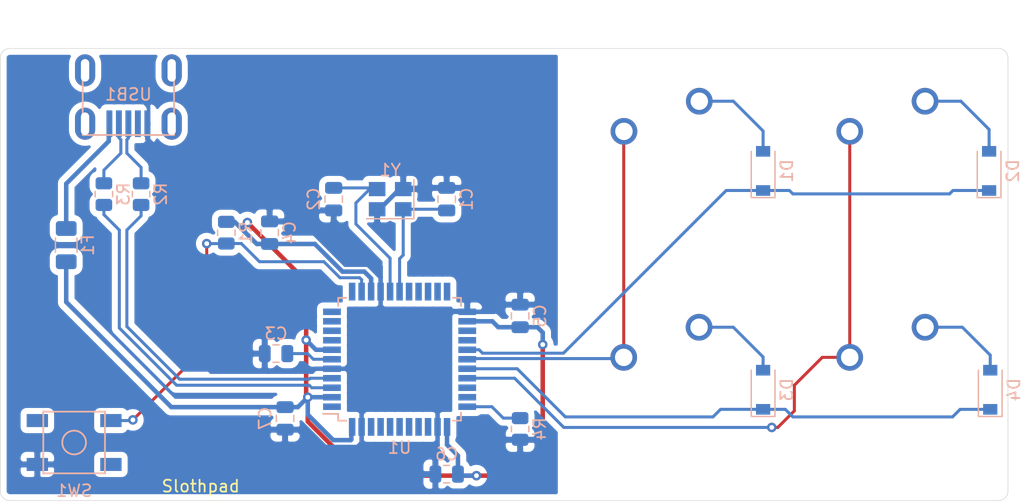
<source format=kicad_pcb>
(kicad_pcb (version 20171130) (host pcbnew 5.1.8)

  (general
    (thickness 1.6)
    (drawings 9)
    (tracks 230)
    (zones 0)
    (modules 24)
    (nets 45)
  )

  (page A4)
  (layers
    (0 F.Cu signal)
    (31 B.Cu signal)
    (32 B.Adhes user)
    (33 F.Adhes user)
    (34 B.Paste user)
    (35 F.Paste user)
    (36 B.SilkS user)
    (37 F.SilkS user)
    (38 B.Mask user)
    (39 F.Mask user)
    (40 Dwgs.User user)
    (41 Cmts.User user)
    (42 Eco1.User user)
    (43 Eco2.User user)
    (44 Edge.Cuts user)
    (45 Margin user)
    (46 B.CrtYd user)
    (47 F.CrtYd user)
    (48 B.Fab user)
    (49 F.Fab user)
  )

  (setup
    (last_trace_width 0.254)
    (trace_clearance 0.2)
    (zone_clearance 0.508)
    (zone_45_only no)
    (trace_min 0.2)
    (via_size 0.8)
    (via_drill 0.4)
    (via_min_size 0.4)
    (via_min_drill 0.3)
    (uvia_size 0.3)
    (uvia_drill 0.1)
    (uvias_allowed no)
    (uvia_min_size 0.2)
    (uvia_min_drill 0.1)
    (edge_width 0.05)
    (segment_width 0.2)
    (pcb_text_width 0.3)
    (pcb_text_size 1.5 1.5)
    (mod_edge_width 0.12)
    (mod_text_size 1 1)
    (mod_text_width 0.15)
    (pad_size 1.524 1.524)
    (pad_drill 0.762)
    (pad_to_mask_clearance 0)
    (aux_axis_origin 0 0)
    (visible_elements FFFFFF7F)
    (pcbplotparams
      (layerselection 0x010fc_ffffffff)
      (usegerberextensions false)
      (usegerberattributes true)
      (usegerberadvancedattributes true)
      (creategerberjobfile true)
      (excludeedgelayer true)
      (linewidth 0.100000)
      (plotframeref false)
      (viasonmask false)
      (mode 1)
      (useauxorigin false)
      (hpglpennumber 1)
      (hpglpenspeed 20)
      (hpglpendiameter 15.000000)
      (psnegative false)
      (psa4output false)
      (plotreference true)
      (plotvalue true)
      (plotinvisibletext false)
      (padsonsilk false)
      (subtractmaskfromsilk false)
      (outputformat 1)
      (mirror false)
      (drillshape 1)
      (scaleselection 1)
      (outputdirectory ""))
  )

  (net 0 "")
  (net 1 GND)
  (net 2 "Net-(C1-Pad1)")
  (net 3 "Net-(C2-Pad1)")
  (net 4 "Net-(C3-Pad1)")
  (net 5 +5V)
  (net 6 "Net-(D1-Pad2)")
  (net 7 ROW0)
  (net 8 "Net-(D2-Pad2)")
  (net 9 "Net-(D3-Pad2)")
  (net 10 ROW1)
  (net 11 "Net-(D4-Pad2)")
  (net 12 VCC)
  (net 13 COL0)
  (net 14 COL1)
  (net 15 "Net-(R1-Pad1)")
  (net 16 D+)
  (net 17 "Net-(R2-Pad1)")
  (net 18 D-)
  (net 19 "Net-(R3-Pad1)")
  (net 20 "Net-(R4-Pad2)")
  (net 21 "Net-(U1-Pad42)")
  (net 22 "Net-(U1-Pad41)")
  (net 23 "Net-(U1-Pad40)")
  (net 24 "Net-(U1-Pad39)")
  (net 25 "Net-(U1-Pad38)")
  (net 26 "Net-(U1-Pad37)")
  (net 27 "Net-(U1-Pad36)")
  (net 28 "Net-(U1-Pad32)")
  (net 29 "Net-(U1-Pad31)")
  (net 30 "Net-(U1-Pad26)")
  (net 31 "Net-(U1-Pad25)")
  (net 32 "Net-(U1-Pad22)")
  (net 33 "Net-(U1-Pad21)")
  (net 34 "Net-(U1-Pad20)")
  (net 35 "Net-(U1-Pad19)")
  (net 36 "Net-(U1-Pad18)")
  (net 37 "Net-(U1-Pad12)")
  (net 38 "Net-(U1-Pad11)")
  (net 39 "Net-(U1-Pad10)")
  (net 40 "Net-(U1-Pad9)")
  (net 41 "Net-(U1-Pad8)")
  (net 42 "Net-(U1-Pad1)")
  (net 43 "Net-(USB1-Pad6)")
  (net 44 "Net-(USB1-Pad2)")

  (net_class Default "This is the default net class."
    (clearance 0.2)
    (trace_width 0.254)
    (via_dia 0.8)
    (via_drill 0.4)
    (uvia_dia 0.3)
    (uvia_drill 0.1)
    (add_net COL0)
    (add_net COL1)
    (add_net D+)
    (add_net D-)
    (add_net "Net-(C1-Pad1)")
    (add_net "Net-(C2-Pad1)")
    (add_net "Net-(C3-Pad1)")
    (add_net "Net-(D1-Pad2)")
    (add_net "Net-(D2-Pad2)")
    (add_net "Net-(D3-Pad2)")
    (add_net "Net-(D4-Pad2)")
    (add_net "Net-(R1-Pad1)")
    (add_net "Net-(R2-Pad1)")
    (add_net "Net-(R3-Pad1)")
    (add_net "Net-(R4-Pad2)")
    (add_net "Net-(U1-Pad1)")
    (add_net "Net-(U1-Pad10)")
    (add_net "Net-(U1-Pad11)")
    (add_net "Net-(U1-Pad12)")
    (add_net "Net-(U1-Pad18)")
    (add_net "Net-(U1-Pad19)")
    (add_net "Net-(U1-Pad20)")
    (add_net "Net-(U1-Pad21)")
    (add_net "Net-(U1-Pad22)")
    (add_net "Net-(U1-Pad25)")
    (add_net "Net-(U1-Pad26)")
    (add_net "Net-(U1-Pad31)")
    (add_net "Net-(U1-Pad32)")
    (add_net "Net-(U1-Pad36)")
    (add_net "Net-(U1-Pad37)")
    (add_net "Net-(U1-Pad38)")
    (add_net "Net-(U1-Pad39)")
    (add_net "Net-(U1-Pad40)")
    (add_net "Net-(U1-Pad41)")
    (add_net "Net-(U1-Pad42)")
    (add_net "Net-(U1-Pad8)")
    (add_net "Net-(U1-Pad9)")
    (add_net "Net-(USB1-Pad2)")
    (add_net "Net-(USB1-Pad6)")
    (add_net ROW0)
    (add_net ROW1)
  )

  (net_class Power ""
    (clearance 0.2)
    (trace_width 0.381)
    (via_dia 0.8)
    (via_drill 0.4)
    (uvia_dia 0.3)
    (uvia_drill 0.1)
    (add_net +5V)
    (add_net GND)
    (add_net VCC)
  )

  (module Crystal:Crystal_SMD_3225-4Pin_3.2x2.5mm (layer B.Cu) (tedit 5A0FD1B2) (tstamp 5FE2207F)
    (at 74.13625 74.6125 180)
    (descr "SMD Crystal SERIES SMD3225/4 http://www.txccrystal.com/images/pdf/7m-accuracy.pdf, 3.2x2.5mm^2 package")
    (tags "SMD SMT crystal")
    (path /5FE36DA4)
    (attr smd)
    (fp_text reference Y1 (at 0 2.45) (layer B.SilkS)
      (effects (font (size 1 1) (thickness 0.15)) (justify mirror))
    )
    (fp_text value 16MHz (at 0 -2.45) (layer B.Fab)
      (effects (font (size 1 1) (thickness 0.15)) (justify mirror))
    )
    (fp_line (start 2.1 1.7) (end -2.1 1.7) (layer B.CrtYd) (width 0.05))
    (fp_line (start 2.1 -1.7) (end 2.1 1.7) (layer B.CrtYd) (width 0.05))
    (fp_line (start -2.1 -1.7) (end 2.1 -1.7) (layer B.CrtYd) (width 0.05))
    (fp_line (start -2.1 1.7) (end -2.1 -1.7) (layer B.CrtYd) (width 0.05))
    (fp_line (start -2 -1.65) (end 2 -1.65) (layer B.SilkS) (width 0.12))
    (fp_line (start -2 1.65) (end -2 -1.65) (layer B.SilkS) (width 0.12))
    (fp_line (start -1.6 -0.25) (end -0.6 -1.25) (layer B.Fab) (width 0.1))
    (fp_line (start 1.6 1.25) (end -1.6 1.25) (layer B.Fab) (width 0.1))
    (fp_line (start 1.6 -1.25) (end 1.6 1.25) (layer B.Fab) (width 0.1))
    (fp_line (start -1.6 -1.25) (end 1.6 -1.25) (layer B.Fab) (width 0.1))
    (fp_line (start -1.6 1.25) (end -1.6 -1.25) (layer B.Fab) (width 0.1))
    (fp_text user %R (at 0 0) (layer B.Fab)
      (effects (font (size 0.7 0.7) (thickness 0.105)) (justify mirror))
    )
    (pad 4 smd rect (at -1.1 0.85 180) (size 1.4 1.2) (layers B.Cu B.Paste B.Mask)
      (net 1 GND))
    (pad 3 smd rect (at 1.1 0.85 180) (size 1.4 1.2) (layers B.Cu B.Paste B.Mask)
      (net 3 "Net-(C2-Pad1)"))
    (pad 2 smd rect (at 1.1 -0.85 180) (size 1.4 1.2) (layers B.Cu B.Paste B.Mask)
      (net 1 GND))
    (pad 1 smd rect (at -1.1 -0.85 180) (size 1.4 1.2) (layers B.Cu B.Paste B.Mask)
      (net 2 "Net-(C1-Pad1)"))
    (model ${KISYS3DMOD}/Crystal.3dshapes/Crystal_SMD_3225-4Pin_3.2x2.5mm.wrl
      (at (xyz 0 0 0))
      (scale (xyz 1 1 1))
      (rotate (xyz 0 0 0))
    )
  )

  (module random-keyboard-parts:Molex-0548190589 (layer B.Cu) (tedit 5C494815) (tstamp 5FE2186C)
    (at 52.07 63.754 270)
    (path /5FE490C9)
    (attr smd)
    (fp_text reference USB1 (at 2.032 0) (layer B.SilkS)
      (effects (font (size 1 1) (thickness 0.15)) (justify mirror))
    )
    (fp_text value Molex-0548190589 (at -5.08 0) (layer Dwgs.User)
      (effects (font (size 1 1) (thickness 0.15)))
    )
    (fp_line (start 3.25 1.25) (end 5.5 1.25) (layer B.CrtYd) (width 0.15))
    (fp_line (start 5.5 0.5) (end 3.25 0.5) (layer B.CrtYd) (width 0.15))
    (fp_line (start 3.25 -0.5) (end 5.5 -0.5) (layer B.CrtYd) (width 0.15))
    (fp_line (start 5.5 -1.25) (end 3.25 -1.25) (layer B.CrtYd) (width 0.15))
    (fp_line (start 3.25 -2) (end 5.5 -2) (layer B.CrtYd) (width 0.15))
    (fp_line (start 3.25 2) (end 3.25 -2) (layer B.CrtYd) (width 0.15))
    (fp_line (start 5.5 2) (end 3.25 2) (layer B.CrtYd) (width 0.15))
    (fp_line (start -3.75 -3.75) (end -3.75 3.75) (layer B.CrtYd) (width 0.15))
    (fp_line (start 5.5 -3.75) (end -3.75 -3.75) (layer B.CrtYd) (width 0.15))
    (fp_line (start 5.5 3.75) (end 5.5 -3.75) (layer B.CrtYd) (width 0.15))
    (fp_line (start -3.75 3.75) (end 5.5 3.75) (layer B.CrtYd) (width 0.15))
    (fp_line (start 0 3.85) (end 5.45 3.85) (layer B.SilkS) (width 0.15))
    (fp_line (start 0 -3.85) (end 5.45 -3.85) (layer B.SilkS) (width 0.15))
    (fp_line (start 5.45 3.85) (end 5.45 -3.85) (layer B.SilkS) (width 0.15))
    (fp_line (start -3.75 3.85) (end 0 3.85) (layer Dwgs.User) (width 0.15))
    (fp_line (start -3.75 -3.85) (end 0 -3.85) (layer Dwgs.User) (width 0.15))
    (fp_line (start -1.75 4.572) (end -1.75 -4.572) (layer Dwgs.User) (width 0.15))
    (fp_line (start -3.75 3.85) (end -3.75 -3.85) (layer Dwgs.User) (width 0.15))
    (fp_text user %R (at 2 0) (layer B.CrtYd)
      (effects (font (size 1 1) (thickness 0.15)) (justify mirror))
    )
    (pad 6 thru_hole oval (at 0 3.65 270) (size 2.7 1.7) (drill oval 1.9 0.7) (layers *.Cu *.Mask)
      (net 43 "Net-(USB1-Pad6)"))
    (pad 6 thru_hole oval (at 0 -3.65 270) (size 2.7 1.7) (drill oval 1.9 0.7) (layers *.Cu *.Mask)
      (net 43 "Net-(USB1-Pad6)"))
    (pad 6 thru_hole oval (at 4.5 -3.65 270) (size 2.7 1.7) (drill oval 1.9 0.7) (layers *.Cu *.Mask)
      (net 43 "Net-(USB1-Pad6)"))
    (pad 6 thru_hole oval (at 4.5 3.65 270) (size 2.7 1.7) (drill oval 1.9 0.7) (layers *.Cu *.Mask)
      (net 43 "Net-(USB1-Pad6)"))
    (pad 5 smd rect (at 4.5 1.6 270) (size 2.25 0.5) (layers B.Cu B.Paste B.Mask)
      (net 12 VCC))
    (pad 4 smd rect (at 4.5 0.8 270) (size 2.25 0.5) (layers B.Cu B.Paste B.Mask)
      (net 18 D-))
    (pad 3 smd rect (at 4.5 0 270) (size 2.25 0.5) (layers B.Cu B.Paste B.Mask)
      (net 16 D+))
    (pad 2 smd rect (at 4.5 -0.8 270) (size 2.25 0.5) (layers B.Cu B.Paste B.Mask)
      (net 44 "Net-(USB1-Pad2)"))
    (pad 1 smd rect (at 4.5 -1.6 270) (size 2.25 0.5) (layers B.Cu B.Paste B.Mask)
      (net 1 GND))
  )

  (module Package_QFP:TQFP-44_10x10mm_P0.8mm (layer B.Cu) (tedit 5A02F146) (tstamp 5FE2184C)
    (at 74.93 88.10625)
    (descr "44-Lead Plastic Thin Quad Flatpack (PT) - 10x10x1.0 mm Body [TQFP] (see Microchip Packaging Specification 00000049BS.pdf)")
    (tags "QFP 0.8")
    (path /5FE1C6EE)
    (attr smd)
    (fp_text reference U1 (at 0 7.45) (layer B.SilkS)
      (effects (font (size 1 1) (thickness 0.15)) (justify mirror))
    )
    (fp_text value ATmega32U4-AU (at 0 -7.45) (layer B.Fab)
      (effects (font (size 1 1) (thickness 0.15)) (justify mirror))
    )
    (fp_line (start -5.175 4.6) (end -6.45 4.6) (layer B.SilkS) (width 0.15))
    (fp_line (start 5.175 5.175) (end 4.5 5.175) (layer B.SilkS) (width 0.15))
    (fp_line (start 5.175 -5.175) (end 4.5 -5.175) (layer B.SilkS) (width 0.15))
    (fp_line (start -5.175 -5.175) (end -4.5 -5.175) (layer B.SilkS) (width 0.15))
    (fp_line (start -5.175 5.175) (end -4.5 5.175) (layer B.SilkS) (width 0.15))
    (fp_line (start -5.175 -5.175) (end -5.175 -4.5) (layer B.SilkS) (width 0.15))
    (fp_line (start 5.175 -5.175) (end 5.175 -4.5) (layer B.SilkS) (width 0.15))
    (fp_line (start 5.175 5.175) (end 5.175 4.5) (layer B.SilkS) (width 0.15))
    (fp_line (start -5.175 5.175) (end -5.175 4.6) (layer B.SilkS) (width 0.15))
    (fp_line (start -6.7 -6.7) (end 6.7 -6.7) (layer B.CrtYd) (width 0.05))
    (fp_line (start -6.7 6.7) (end 6.7 6.7) (layer B.CrtYd) (width 0.05))
    (fp_line (start 6.7 6.7) (end 6.7 -6.7) (layer B.CrtYd) (width 0.05))
    (fp_line (start -6.7 6.7) (end -6.7 -6.7) (layer B.CrtYd) (width 0.05))
    (fp_line (start -5 4) (end -4 5) (layer B.Fab) (width 0.15))
    (fp_line (start -5 -5) (end -5 4) (layer B.Fab) (width 0.15))
    (fp_line (start 5 -5) (end -5 -5) (layer B.Fab) (width 0.15))
    (fp_line (start 5 5) (end 5 -5) (layer B.Fab) (width 0.15))
    (fp_line (start -4 5) (end 5 5) (layer B.Fab) (width 0.15))
    (fp_text user %R (at 0 0) (layer B.Fab)
      (effects (font (size 1 1) (thickness 0.15)) (justify mirror))
    )
    (pad 44 smd rect (at -4 5.7 270) (size 1.5 0.55) (layers B.Cu B.Paste B.Mask)
      (net 5 +5V))
    (pad 43 smd rect (at -3.2 5.7 270) (size 1.5 0.55) (layers B.Cu B.Paste B.Mask)
      (net 1 GND))
    (pad 42 smd rect (at -2.4 5.7 270) (size 1.5 0.55) (layers B.Cu B.Paste B.Mask)
      (net 21 "Net-(U1-Pad42)"))
    (pad 41 smd rect (at -1.6 5.7 270) (size 1.5 0.55) (layers B.Cu B.Paste B.Mask)
      (net 22 "Net-(U1-Pad41)"))
    (pad 40 smd rect (at -0.8 5.7 270) (size 1.5 0.55) (layers B.Cu B.Paste B.Mask)
      (net 23 "Net-(U1-Pad40)"))
    (pad 39 smd rect (at 0 5.7 270) (size 1.5 0.55) (layers B.Cu B.Paste B.Mask)
      (net 24 "Net-(U1-Pad39)"))
    (pad 38 smd rect (at 0.8 5.7 270) (size 1.5 0.55) (layers B.Cu B.Paste B.Mask)
      (net 25 "Net-(U1-Pad38)"))
    (pad 37 smd rect (at 1.6 5.7 270) (size 1.5 0.55) (layers B.Cu B.Paste B.Mask)
      (net 26 "Net-(U1-Pad37)"))
    (pad 36 smd rect (at 2.4 5.7 270) (size 1.5 0.55) (layers B.Cu B.Paste B.Mask)
      (net 27 "Net-(U1-Pad36)"))
    (pad 35 smd rect (at 3.2 5.7 270) (size 1.5 0.55) (layers B.Cu B.Paste B.Mask)
      (net 1 GND))
    (pad 34 smd rect (at 4 5.7 270) (size 1.5 0.55) (layers B.Cu B.Paste B.Mask)
      (net 5 +5V))
    (pad 33 smd rect (at 5.7 4) (size 1.5 0.55) (layers B.Cu B.Paste B.Mask)
      (net 20 "Net-(R4-Pad2)"))
    (pad 32 smd rect (at 5.7 3.2) (size 1.5 0.55) (layers B.Cu B.Paste B.Mask)
      (net 28 "Net-(U1-Pad32)"))
    (pad 31 smd rect (at 5.7 2.4) (size 1.5 0.55) (layers B.Cu B.Paste B.Mask)
      (net 29 "Net-(U1-Pad31)"))
    (pad 30 smd rect (at 5.7 1.6) (size 1.5 0.55) (layers B.Cu B.Paste B.Mask)
      (net 14 COL1))
    (pad 29 smd rect (at 5.7 0.8) (size 1.5 0.55) (layers B.Cu B.Paste B.Mask)
      (net 10 ROW1))
    (pad 28 smd rect (at 5.7 0) (size 1.5 0.55) (layers B.Cu B.Paste B.Mask)
      (net 13 COL0))
    (pad 27 smd rect (at 5.7 -0.8) (size 1.5 0.55) (layers B.Cu B.Paste B.Mask)
      (net 7 ROW0))
    (pad 26 smd rect (at 5.7 -1.6) (size 1.5 0.55) (layers B.Cu B.Paste B.Mask)
      (net 30 "Net-(U1-Pad26)"))
    (pad 25 smd rect (at 5.7 -2.4) (size 1.5 0.55) (layers B.Cu B.Paste B.Mask)
      (net 31 "Net-(U1-Pad25)"))
    (pad 24 smd rect (at 5.7 -3.2) (size 1.5 0.55) (layers B.Cu B.Paste B.Mask)
      (net 5 +5V))
    (pad 23 smd rect (at 5.7 -4) (size 1.5 0.55) (layers B.Cu B.Paste B.Mask)
      (net 1 GND))
    (pad 22 smd rect (at 4 -5.7 270) (size 1.5 0.55) (layers B.Cu B.Paste B.Mask)
      (net 32 "Net-(U1-Pad22)"))
    (pad 21 smd rect (at 3.2 -5.7 270) (size 1.5 0.55) (layers B.Cu B.Paste B.Mask)
      (net 33 "Net-(U1-Pad21)"))
    (pad 20 smd rect (at 2.4 -5.7 270) (size 1.5 0.55) (layers B.Cu B.Paste B.Mask)
      (net 34 "Net-(U1-Pad20)"))
    (pad 19 smd rect (at 1.6 -5.7 270) (size 1.5 0.55) (layers B.Cu B.Paste B.Mask)
      (net 35 "Net-(U1-Pad19)"))
    (pad 18 smd rect (at 0.8 -5.7 270) (size 1.5 0.55) (layers B.Cu B.Paste B.Mask)
      (net 36 "Net-(U1-Pad18)"))
    (pad 17 smd rect (at 0 -5.7 270) (size 1.5 0.55) (layers B.Cu B.Paste B.Mask)
      (net 2 "Net-(C1-Pad1)"))
    (pad 16 smd rect (at -0.8 -5.7 270) (size 1.5 0.55) (layers B.Cu B.Paste B.Mask)
      (net 3 "Net-(C2-Pad1)"))
    (pad 15 smd rect (at -1.6 -5.7 270) (size 1.5 0.55) (layers B.Cu B.Paste B.Mask)
      (net 1 GND))
    (pad 14 smd rect (at -2.4 -5.7 270) (size 1.5 0.55) (layers B.Cu B.Paste B.Mask)
      (net 5 +5V))
    (pad 13 smd rect (at -3.2 -5.7 270) (size 1.5 0.55) (layers B.Cu B.Paste B.Mask)
      (net 15 "Net-(R1-Pad1)"))
    (pad 12 smd rect (at -4 -5.7 270) (size 1.5 0.55) (layers B.Cu B.Paste B.Mask)
      (net 37 "Net-(U1-Pad12)"))
    (pad 11 smd rect (at -5.7 -4) (size 1.5 0.55) (layers B.Cu B.Paste B.Mask)
      (net 38 "Net-(U1-Pad11)"))
    (pad 10 smd rect (at -5.7 -3.2) (size 1.5 0.55) (layers B.Cu B.Paste B.Mask)
      (net 39 "Net-(U1-Pad10)"))
    (pad 9 smd rect (at -5.7 -2.4) (size 1.5 0.55) (layers B.Cu B.Paste B.Mask)
      (net 40 "Net-(U1-Pad9)"))
    (pad 8 smd rect (at -5.7 -1.6) (size 1.5 0.55) (layers B.Cu B.Paste B.Mask)
      (net 41 "Net-(U1-Pad8)"))
    (pad 7 smd rect (at -5.7 -0.8) (size 1.5 0.55) (layers B.Cu B.Paste B.Mask)
      (net 5 +5V))
    (pad 6 smd rect (at -5.7 0) (size 1.5 0.55) (layers B.Cu B.Paste B.Mask)
      (net 4 "Net-(C3-Pad1)"))
    (pad 5 smd rect (at -5.7 0.8) (size 1.5 0.55) (layers B.Cu B.Paste B.Mask)
      (net 1 GND))
    (pad 4 smd rect (at -5.7 1.6) (size 1.5 0.55) (layers B.Cu B.Paste B.Mask)
      (net 17 "Net-(R2-Pad1)"))
    (pad 3 smd rect (at -5.7 2.4) (size 1.5 0.55) (layers B.Cu B.Paste B.Mask)
      (net 19 "Net-(R3-Pad1)"))
    (pad 2 smd rect (at -5.7 3.2) (size 1.5 0.55) (layers B.Cu B.Paste B.Mask)
      (net 5 +5V))
    (pad 1 smd rect (at -5.7 4) (size 1.5 0.55) (layers B.Cu B.Paste B.Mask)
      (net 42 "Net-(U1-Pad1)"))
    (model ${KISYS3DMOD}/Package_QFP.3dshapes/TQFP-44_10x10mm_P0.8mm.wrl
      (at (xyz 0 0 0))
      (scale (xyz 1 1 1))
      (rotate (xyz 0 0 0))
    )
  )

  (module random-keyboard-parts:SKQG-1155865 (layer B.Cu) (tedit 5E62B398) (tstamp 5FE21809)
    (at 47.498 95.123 180)
    (path /5FE413D6)
    (attr smd)
    (fp_text reference SW1 (at 0 -4.064 180) (layer B.SilkS)
      (effects (font (size 1 1) (thickness 0.15)) (justify mirror))
    )
    (fp_text value SW_Push (at 0 4.064 180) (layer B.Fab)
      (effects (font (size 1 1) (thickness 0.15)) (justify mirror))
    )
    (fp_line (start -2.6 2.6) (end 2.6 2.6) (layer B.SilkS) (width 0.15))
    (fp_line (start 2.6 2.6) (end 2.6 -2.6) (layer B.SilkS) (width 0.15))
    (fp_line (start 2.6 -2.6) (end -2.6 -2.6) (layer B.SilkS) (width 0.15))
    (fp_line (start -2.6 -2.6) (end -2.6 2.6) (layer B.SilkS) (width 0.15))
    (fp_circle (center 0 0) (end 1 0) (layer B.SilkS) (width 0.15))
    (fp_line (start -4.2 2.6) (end 4.2 2.6) (layer B.Fab) (width 0.15))
    (fp_line (start 4.2 2.6) (end 4.2 1.2) (layer B.Fab) (width 0.15))
    (fp_line (start 4.2 1.1) (end 2.6 1.1) (layer B.Fab) (width 0.15))
    (fp_line (start 2.6 1.1) (end 2.6 -1.1) (layer B.Fab) (width 0.15))
    (fp_line (start 2.6 -1.1) (end 4.2 -1.1) (layer B.Fab) (width 0.15))
    (fp_line (start 4.2 -1.1) (end 4.2 -2.6) (layer B.Fab) (width 0.15))
    (fp_line (start 4.2 -2.6) (end -4.2 -2.6) (layer B.Fab) (width 0.15))
    (fp_line (start -4.2 -2.6) (end -4.2 -1.1) (layer B.Fab) (width 0.15))
    (fp_line (start -4.2 -1.1) (end -2.6 -1.1) (layer B.Fab) (width 0.15))
    (fp_line (start -2.6 -1.1) (end -2.6 1.1) (layer B.Fab) (width 0.15))
    (fp_line (start -2.6 1.1) (end -4.2 1.1) (layer B.Fab) (width 0.15))
    (fp_line (start -4.2 1.1) (end -4.2 2.6) (layer B.Fab) (width 0.15))
    (fp_circle (center 0 0) (end 1 0) (layer B.Fab) (width 0.15))
    (fp_line (start -2.6 1.1) (end -1.1 2.6) (layer B.Fab) (width 0.15))
    (fp_line (start 2.6 1.1) (end 1.1 2.6) (layer B.Fab) (width 0.15))
    (fp_line (start 2.6 -1.1) (end 1.1 -2.6) (layer B.Fab) (width 0.15))
    (fp_line (start -2.6 -1.1) (end -1.1 -2.6) (layer B.Fab) (width 0.15))
    (pad 4 smd rect (at -3.1 -1.85 180) (size 1.8 1.1) (layers B.Cu B.Paste B.Mask))
    (pad 3 smd rect (at 3.1 1.85 180) (size 1.8 1.1) (layers B.Cu B.Paste B.Mask))
    (pad 2 smd rect (at -3.1 1.85 180) (size 1.8 1.1) (layers B.Cu B.Paste B.Mask)
      (net 15 "Net-(R1-Pad1)"))
    (pad 1 smd rect (at 3.1 -1.85 180) (size 1.8 1.1) (layers B.Cu B.Paste B.Mask)
      (net 1 GND))
    (model ${KISYS3DMOD}/Button_Switch_SMD.3dshapes/SW_SPST_TL3342.step
      (at (xyz 0 0 0))
      (scale (xyz 1 1 1))
      (rotate (xyz 0 0 0))
    )
  )

  (module Resistor_SMD:R_0805_2012Metric (layer B.Cu) (tedit 5F68FEEE) (tstamp 5FE217EB)
    (at 85.09 93.98 90)
    (descr "Resistor SMD 0805 (2012 Metric), square (rectangular) end terminal, IPC_7351 nominal, (Body size source: IPC-SM-782 page 72, https://www.pcb-3d.com/wordpress/wp-content/uploads/ipc-sm-782a_amendment_1_and_2.pdf), generated with kicad-footprint-generator")
    (tags resistor)
    (path /5FE23E21)
    (attr smd)
    (fp_text reference R4 (at 0 1.65 90) (layer B.SilkS)
      (effects (font (size 1 1) (thickness 0.15)) (justify mirror))
    )
    (fp_text value 10k (at 0 -1.65 90) (layer B.Fab)
      (effects (font (size 1 1) (thickness 0.15)) (justify mirror))
    )
    (fp_line (start 1.68 -0.95) (end -1.68 -0.95) (layer B.CrtYd) (width 0.05))
    (fp_line (start 1.68 0.95) (end 1.68 -0.95) (layer B.CrtYd) (width 0.05))
    (fp_line (start -1.68 0.95) (end 1.68 0.95) (layer B.CrtYd) (width 0.05))
    (fp_line (start -1.68 -0.95) (end -1.68 0.95) (layer B.CrtYd) (width 0.05))
    (fp_line (start -0.227064 -0.735) (end 0.227064 -0.735) (layer B.SilkS) (width 0.12))
    (fp_line (start -0.227064 0.735) (end 0.227064 0.735) (layer B.SilkS) (width 0.12))
    (fp_line (start 1 -0.625) (end -1 -0.625) (layer B.Fab) (width 0.1))
    (fp_line (start 1 0.625) (end 1 -0.625) (layer B.Fab) (width 0.1))
    (fp_line (start -1 0.625) (end 1 0.625) (layer B.Fab) (width 0.1))
    (fp_line (start -1 -0.625) (end -1 0.625) (layer B.Fab) (width 0.1))
    (fp_text user %R (at 0 0 90) (layer B.Fab)
      (effects (font (size 0.5 0.5) (thickness 0.08)) (justify mirror))
    )
    (pad 2 smd roundrect (at 0.9125 0 90) (size 1.025 1.4) (layers B.Cu B.Paste B.Mask) (roundrect_rratio 0.243902)
      (net 20 "Net-(R4-Pad2)"))
    (pad 1 smd roundrect (at -0.9125 0 90) (size 1.025 1.4) (layers B.Cu B.Paste B.Mask) (roundrect_rratio 0.243902)
      (net 1 GND))
    (model ${KISYS3DMOD}/Resistor_SMD.3dshapes/R_0805_2012Metric.wrl
      (at (xyz 0 0 0))
      (scale (xyz 1 1 1))
      (rotate (xyz 0 0 0))
    )
  )

  (module Resistor_SMD:R_0805_2012Metric (layer B.Cu) (tedit 5F68FEEE) (tstamp 5FE217DA)
    (at 50.00625 74.18705 90)
    (descr "Resistor SMD 0805 (2012 Metric), square (rectangular) end terminal, IPC_7351 nominal, (Body size source: IPC-SM-782 page 72, https://www.pcb-3d.com/wordpress/wp-content/uploads/ipc-sm-782a_amendment_1_and_2.pdf), generated with kicad-footprint-generator")
    (tags resistor)
    (path /5FE25D23)
    (attr smd)
    (fp_text reference R3 (at 0 1.65 270) (layer B.SilkS)
      (effects (font (size 1 1) (thickness 0.15)) (justify mirror))
    )
    (fp_text value 22 (at 0 -1.65 270) (layer B.Fab)
      (effects (font (size 1 1) (thickness 0.15)) (justify mirror))
    )
    (fp_line (start 1.68 -0.95) (end -1.68 -0.95) (layer B.CrtYd) (width 0.05))
    (fp_line (start 1.68 0.95) (end 1.68 -0.95) (layer B.CrtYd) (width 0.05))
    (fp_line (start -1.68 0.95) (end 1.68 0.95) (layer B.CrtYd) (width 0.05))
    (fp_line (start -1.68 -0.95) (end -1.68 0.95) (layer B.CrtYd) (width 0.05))
    (fp_line (start -0.227064 -0.735) (end 0.227064 -0.735) (layer B.SilkS) (width 0.12))
    (fp_line (start -0.227064 0.735) (end 0.227064 0.735) (layer B.SilkS) (width 0.12))
    (fp_line (start 1 -0.625) (end -1 -0.625) (layer B.Fab) (width 0.1))
    (fp_line (start 1 0.625) (end 1 -0.625) (layer B.Fab) (width 0.1))
    (fp_line (start -1 0.625) (end 1 0.625) (layer B.Fab) (width 0.1))
    (fp_line (start -1 -0.625) (end -1 0.625) (layer B.Fab) (width 0.1))
    (fp_text user %R (at 0 0 270) (layer B.Fab)
      (effects (font (size 0.5 0.5) (thickness 0.08)) (justify mirror))
    )
    (pad 2 smd roundrect (at 0.9125 0 90) (size 1.025 1.4) (layers B.Cu B.Paste B.Mask) (roundrect_rratio 0.243902)
      (net 18 D-))
    (pad 1 smd roundrect (at -0.9125 0 90) (size 1.025 1.4) (layers B.Cu B.Paste B.Mask) (roundrect_rratio 0.243902)
      (net 19 "Net-(R3-Pad1)"))
    (model ${KISYS3DMOD}/Resistor_SMD.3dshapes/R_0805_2012Metric.wrl
      (at (xyz 0 0 0))
      (scale (xyz 1 1 1))
      (rotate (xyz 0 0 0))
    )
  )

  (module Resistor_SMD:R_0805_2012Metric (layer B.Cu) (tedit 5F68FEEE) (tstamp 5FE217C9)
    (at 53.14315 74.18705 90)
    (descr "Resistor SMD 0805 (2012 Metric), square (rectangular) end terminal, IPC_7351 nominal, (Body size source: IPC-SM-782 page 72, https://www.pcb-3d.com/wordpress/wp-content/uploads/ipc-sm-782a_amendment_1_and_2.pdf), generated with kicad-footprint-generator")
    (tags resistor)
    (path /5FE256A9)
    (attr smd)
    (fp_text reference R2 (at 0 1.65 270) (layer B.SilkS)
      (effects (font (size 1 1) (thickness 0.15)) (justify mirror))
    )
    (fp_text value 22 (at 0 -1.65 270) (layer B.Fab)
      (effects (font (size 1 1) (thickness 0.15)) (justify mirror))
    )
    (fp_line (start 1.68 -0.95) (end -1.68 -0.95) (layer B.CrtYd) (width 0.05))
    (fp_line (start 1.68 0.95) (end 1.68 -0.95) (layer B.CrtYd) (width 0.05))
    (fp_line (start -1.68 0.95) (end 1.68 0.95) (layer B.CrtYd) (width 0.05))
    (fp_line (start -1.68 -0.95) (end -1.68 0.95) (layer B.CrtYd) (width 0.05))
    (fp_line (start -0.227064 -0.735) (end 0.227064 -0.735) (layer B.SilkS) (width 0.12))
    (fp_line (start -0.227064 0.735) (end 0.227064 0.735) (layer B.SilkS) (width 0.12))
    (fp_line (start 1 -0.625) (end -1 -0.625) (layer B.Fab) (width 0.1))
    (fp_line (start 1 0.625) (end 1 -0.625) (layer B.Fab) (width 0.1))
    (fp_line (start -1 0.625) (end 1 0.625) (layer B.Fab) (width 0.1))
    (fp_line (start -1 -0.625) (end -1 0.625) (layer B.Fab) (width 0.1))
    (fp_text user %R (at 0 0 270) (layer B.Fab)
      (effects (font (size 0.5 0.5) (thickness 0.08)) (justify mirror))
    )
    (pad 2 smd roundrect (at 0.9125 0 90) (size 1.025 1.4) (layers B.Cu B.Paste B.Mask) (roundrect_rratio 0.243902)
      (net 16 D+))
    (pad 1 smd roundrect (at -0.9125 0 90) (size 1.025 1.4) (layers B.Cu B.Paste B.Mask) (roundrect_rratio 0.243902)
      (net 17 "Net-(R2-Pad1)"))
    (model ${KISYS3DMOD}/Resistor_SMD.3dshapes/R_0805_2012Metric.wrl
      (at (xyz 0 0 0))
      (scale (xyz 1 1 1))
      (rotate (xyz 0 0 0))
    )
  )

  (module Resistor_SMD:R_0805_2012Metric (layer B.Cu) (tedit 5F68FEEE) (tstamp 5FE217B8)
    (at 60.325 77.43825 90)
    (descr "Resistor SMD 0805 (2012 Metric), square (rectangular) end terminal, IPC_7351 nominal, (Body size source: IPC-SM-782 page 72, https://www.pcb-3d.com/wordpress/wp-content/uploads/ipc-sm-782a_amendment_1_and_2.pdf), generated with kicad-footprint-generator")
    (tags resistor)
    (path /5FE44B4F)
    (attr smd)
    (fp_text reference R1 (at 0 1.65 90) (layer B.SilkS)
      (effects (font (size 1 1) (thickness 0.15)) (justify mirror))
    )
    (fp_text value 10k (at 0 -1.65 90) (layer B.Fab)
      (effects (font (size 1 1) (thickness 0.15)) (justify mirror))
    )
    (fp_line (start 1.68 -0.95) (end -1.68 -0.95) (layer B.CrtYd) (width 0.05))
    (fp_line (start 1.68 0.95) (end 1.68 -0.95) (layer B.CrtYd) (width 0.05))
    (fp_line (start -1.68 0.95) (end 1.68 0.95) (layer B.CrtYd) (width 0.05))
    (fp_line (start -1.68 -0.95) (end -1.68 0.95) (layer B.CrtYd) (width 0.05))
    (fp_line (start -0.227064 -0.735) (end 0.227064 -0.735) (layer B.SilkS) (width 0.12))
    (fp_line (start -0.227064 0.735) (end 0.227064 0.735) (layer B.SilkS) (width 0.12))
    (fp_line (start 1 -0.625) (end -1 -0.625) (layer B.Fab) (width 0.1))
    (fp_line (start 1 0.625) (end 1 -0.625) (layer B.Fab) (width 0.1))
    (fp_line (start -1 0.625) (end 1 0.625) (layer B.Fab) (width 0.1))
    (fp_line (start -1 -0.625) (end -1 0.625) (layer B.Fab) (width 0.1))
    (fp_text user %R (at 0 0 90) (layer B.Fab)
      (effects (font (size 0.5 0.5) (thickness 0.08)) (justify mirror))
    )
    (pad 2 smd roundrect (at 0.9125 0 90) (size 1.025 1.4) (layers B.Cu B.Paste B.Mask) (roundrect_rratio 0.243902)
      (net 5 +5V))
    (pad 1 smd roundrect (at -0.9125 0 90) (size 1.025 1.4) (layers B.Cu B.Paste B.Mask) (roundrect_rratio 0.243902)
      (net 15 "Net-(R1-Pad1)"))
    (model ${KISYS3DMOD}/Resistor_SMD.3dshapes/R_0805_2012Metric.wrl
      (at (xyz 0 0 0))
      (scale (xyz 1 1 1))
      (rotate (xyz 0 0 0))
    )
  )

  (module MX_Only:MXOnly-1U-NoLED (layer F.Cu) (tedit 5BD3C6C7) (tstamp 5FE217A7)
    (at 116.68125 90.4875)
    (path /5FE83487)
    (fp_text reference MX4 (at 0 3.175) (layer Dwgs.User)
      (effects (font (size 1 1) (thickness 0.15)))
    )
    (fp_text value MX-NoLED (at 0 -7.9375) (layer Dwgs.User)
      (effects (font (size 1 1) (thickness 0.15)))
    )
    (fp_line (start 5 -7) (end 7 -7) (layer Dwgs.User) (width 0.15))
    (fp_line (start 7 -7) (end 7 -5) (layer Dwgs.User) (width 0.15))
    (fp_line (start 5 7) (end 7 7) (layer Dwgs.User) (width 0.15))
    (fp_line (start 7 7) (end 7 5) (layer Dwgs.User) (width 0.15))
    (fp_line (start -7 5) (end -7 7) (layer Dwgs.User) (width 0.15))
    (fp_line (start -7 7) (end -5 7) (layer Dwgs.User) (width 0.15))
    (fp_line (start -5 -7) (end -7 -7) (layer Dwgs.User) (width 0.15))
    (fp_line (start -7 -7) (end -7 -5) (layer Dwgs.User) (width 0.15))
    (fp_line (start -9.525 -9.525) (end 9.525 -9.525) (layer Dwgs.User) (width 0.15))
    (fp_line (start 9.525 -9.525) (end 9.525 9.525) (layer Dwgs.User) (width 0.15))
    (fp_line (start 9.525 9.525) (end -9.525 9.525) (layer Dwgs.User) (width 0.15))
    (fp_line (start -9.525 9.525) (end -9.525 -9.525) (layer Dwgs.User) (width 0.15))
    (pad 2 thru_hole circle (at 2.54 -5.08) (size 2.25 2.25) (drill 1.47) (layers *.Cu B.Mask)
      (net 11 "Net-(D4-Pad2)"))
    (pad "" np_thru_hole circle (at 0 0) (size 3.9878 3.9878) (drill 3.9878) (layers *.Cu *.Mask))
    (pad 1 thru_hole circle (at -3.81 -2.54) (size 2.25 2.25) (drill 1.47) (layers *.Cu B.Mask)
      (net 14 COL1))
    (pad "" np_thru_hole circle (at -5.08 0 48.0996) (size 1.75 1.75) (drill 1.75) (layers *.Cu *.Mask))
    (pad "" np_thru_hole circle (at 5.08 0 48.0996) (size 1.75 1.75) (drill 1.75) (layers *.Cu *.Mask))
  )

  (module MX_Only:MXOnly-1U-NoLED (layer F.Cu) (tedit 5BD3C6C7) (tstamp 5FE21792)
    (at 97.63125 90.4875)
    (path /5FE7D6B0)
    (fp_text reference MX3 (at 0 3.175) (layer Dwgs.User)
      (effects (font (size 1 1) (thickness 0.15)))
    )
    (fp_text value MX-NoLED (at 0 -7.9375) (layer Dwgs.User)
      (effects (font (size 1 1) (thickness 0.15)))
    )
    (fp_line (start 5 -7) (end 7 -7) (layer Dwgs.User) (width 0.15))
    (fp_line (start 7 -7) (end 7 -5) (layer Dwgs.User) (width 0.15))
    (fp_line (start 5 7) (end 7 7) (layer Dwgs.User) (width 0.15))
    (fp_line (start 7 7) (end 7 5) (layer Dwgs.User) (width 0.15))
    (fp_line (start -7 5) (end -7 7) (layer Dwgs.User) (width 0.15))
    (fp_line (start -7 7) (end -5 7) (layer Dwgs.User) (width 0.15))
    (fp_line (start -5 -7) (end -7 -7) (layer Dwgs.User) (width 0.15))
    (fp_line (start -7 -7) (end -7 -5) (layer Dwgs.User) (width 0.15))
    (fp_line (start -9.525 -9.525) (end 9.525 -9.525) (layer Dwgs.User) (width 0.15))
    (fp_line (start 9.525 -9.525) (end 9.525 9.525) (layer Dwgs.User) (width 0.15))
    (fp_line (start 9.525 9.525) (end -9.525 9.525) (layer Dwgs.User) (width 0.15))
    (fp_line (start -9.525 9.525) (end -9.525 -9.525) (layer Dwgs.User) (width 0.15))
    (pad 2 thru_hole circle (at 2.54 -5.08) (size 2.25 2.25) (drill 1.47) (layers *.Cu B.Mask)
      (net 9 "Net-(D3-Pad2)"))
    (pad "" np_thru_hole circle (at 0 0) (size 3.9878 3.9878) (drill 3.9878) (layers *.Cu *.Mask))
    (pad 1 thru_hole circle (at -3.81 -2.54) (size 2.25 2.25) (drill 1.47) (layers *.Cu B.Mask)
      (net 13 COL0))
    (pad "" np_thru_hole circle (at -5.08 0 48.0996) (size 1.75 1.75) (drill 1.75) (layers *.Cu *.Mask))
    (pad "" np_thru_hole circle (at 5.08 0 48.0996) (size 1.75 1.75) (drill 1.75) (layers *.Cu *.Mask))
  )

  (module MX_Only:MXOnly-1U-NoLED (layer F.Cu) (tedit 5BD3C6C7) (tstamp 5FE2177D)
    (at 116.68125 71.4375)
    (path /5FE81E64)
    (fp_text reference MX2 (at 0 3.175) (layer Dwgs.User)
      (effects (font (size 1 1) (thickness 0.15)))
    )
    (fp_text value MX-NoLED (at 0 -7.9375) (layer Dwgs.User)
      (effects (font (size 1 1) (thickness 0.15)))
    )
    (fp_line (start 5 -7) (end 7 -7) (layer Dwgs.User) (width 0.15))
    (fp_line (start 7 -7) (end 7 -5) (layer Dwgs.User) (width 0.15))
    (fp_line (start 5 7) (end 7 7) (layer Dwgs.User) (width 0.15))
    (fp_line (start 7 7) (end 7 5) (layer Dwgs.User) (width 0.15))
    (fp_line (start -7 5) (end -7 7) (layer Dwgs.User) (width 0.15))
    (fp_line (start -7 7) (end -5 7) (layer Dwgs.User) (width 0.15))
    (fp_line (start -5 -7) (end -7 -7) (layer Dwgs.User) (width 0.15))
    (fp_line (start -7 -7) (end -7 -5) (layer Dwgs.User) (width 0.15))
    (fp_line (start -9.525 -9.525) (end 9.525 -9.525) (layer Dwgs.User) (width 0.15))
    (fp_line (start 9.525 -9.525) (end 9.525 9.525) (layer Dwgs.User) (width 0.15))
    (fp_line (start 9.525 9.525) (end -9.525 9.525) (layer Dwgs.User) (width 0.15))
    (fp_line (start -9.525 9.525) (end -9.525 -9.525) (layer Dwgs.User) (width 0.15))
    (pad 2 thru_hole circle (at 2.54 -5.08) (size 2.25 2.25) (drill 1.47) (layers *.Cu B.Mask)
      (net 8 "Net-(D2-Pad2)"))
    (pad "" np_thru_hole circle (at 0 0) (size 3.9878 3.9878) (drill 3.9878) (layers *.Cu *.Mask))
    (pad 1 thru_hole circle (at -3.81 -2.54) (size 2.25 2.25) (drill 1.47) (layers *.Cu B.Mask)
      (net 14 COL1))
    (pad "" np_thru_hole circle (at -5.08 0 48.0996) (size 1.75 1.75) (drill 1.75) (layers *.Cu *.Mask))
    (pad "" np_thru_hole circle (at 5.08 0 48.0996) (size 1.75 1.75) (drill 1.75) (layers *.Cu *.Mask))
  )

  (module MX_Only:MXOnly-1U-NoLED (layer F.Cu) (tedit 5BD3C6C7) (tstamp 5FE21768)
    (at 97.65 71.4375)
    (path /5FE58E91)
    (fp_text reference MX1 (at 0 3.175) (layer Dwgs.User)
      (effects (font (size 1 1) (thickness 0.15)))
    )
    (fp_text value MX-NoLED (at 0 -7.9375) (layer Dwgs.User)
      (effects (font (size 1 1) (thickness 0.15)))
    )
    (fp_line (start 5 -7) (end 7 -7) (layer Dwgs.User) (width 0.15))
    (fp_line (start 7 -7) (end 7 -5) (layer Dwgs.User) (width 0.15))
    (fp_line (start 5 7) (end 7 7) (layer Dwgs.User) (width 0.15))
    (fp_line (start 7 7) (end 7 5) (layer Dwgs.User) (width 0.15))
    (fp_line (start -7 5) (end -7 7) (layer Dwgs.User) (width 0.15))
    (fp_line (start -7 7) (end -5 7) (layer Dwgs.User) (width 0.15))
    (fp_line (start -5 -7) (end -7 -7) (layer Dwgs.User) (width 0.15))
    (fp_line (start -7 -7) (end -7 -5) (layer Dwgs.User) (width 0.15))
    (fp_line (start -9.525 -9.525) (end 9.525 -9.525) (layer Dwgs.User) (width 0.15))
    (fp_line (start 9.525 -9.525) (end 9.525 9.525) (layer Dwgs.User) (width 0.15))
    (fp_line (start 9.525 9.525) (end -9.525 9.525) (layer Dwgs.User) (width 0.15))
    (fp_line (start -9.525 9.525) (end -9.525 -9.525) (layer Dwgs.User) (width 0.15))
    (pad 2 thru_hole circle (at 2.54 -5.08) (size 2.25 2.25) (drill 1.47) (layers *.Cu B.Mask)
      (net 6 "Net-(D1-Pad2)"))
    (pad "" np_thru_hole circle (at 0 0) (size 3.9878 3.9878) (drill 3.9878) (layers *.Cu *.Mask))
    (pad 1 thru_hole circle (at -3.81 -2.54) (size 2.25 2.25) (drill 1.47) (layers *.Cu B.Mask)
      (net 13 COL0))
    (pad "" np_thru_hole circle (at -5.08 0 48.0996) (size 1.75 1.75) (drill 1.75) (layers *.Cu *.Mask))
    (pad "" np_thru_hole circle (at 5.08 0 48.0996) (size 1.75 1.75) (drill 1.75) (layers *.Cu *.Mask))
  )

  (module Fuse:Fuse_1206_3216Metric (layer B.Cu) (tedit 5F68FEF1) (tstamp 5FE21753)
    (at 46.83125 78.486 90)
    (descr "Fuse SMD 1206 (3216 Metric), square (rectangular) end terminal, IPC_7351 nominal, (Body size source: http://www.tortai-tech.com/upload/download/2011102023233369053.pdf), generated with kicad-footprint-generator")
    (tags fuse)
    (path /5FE4D475)
    (attr smd)
    (fp_text reference F1 (at 0 1.82 270) (layer B.SilkS)
      (effects (font (size 1 1) (thickness 0.15)) (justify mirror))
    )
    (fp_text value 50mA (at 0 -1.82 270) (layer B.Fab)
      (effects (font (size 1 1) (thickness 0.15)) (justify mirror))
    )
    (fp_line (start 2.28 -1.12) (end -2.28 -1.12) (layer B.CrtYd) (width 0.05))
    (fp_line (start 2.28 1.12) (end 2.28 -1.12) (layer B.CrtYd) (width 0.05))
    (fp_line (start -2.28 1.12) (end 2.28 1.12) (layer B.CrtYd) (width 0.05))
    (fp_line (start -2.28 -1.12) (end -2.28 1.12) (layer B.CrtYd) (width 0.05))
    (fp_line (start -0.602064 -0.91) (end 0.602064 -0.91) (layer B.SilkS) (width 0.12))
    (fp_line (start -0.602064 0.91) (end 0.602064 0.91) (layer B.SilkS) (width 0.12))
    (fp_line (start 1.6 -0.8) (end -1.6 -0.8) (layer B.Fab) (width 0.1))
    (fp_line (start 1.6 0.8) (end 1.6 -0.8) (layer B.Fab) (width 0.1))
    (fp_line (start -1.6 0.8) (end 1.6 0.8) (layer B.Fab) (width 0.1))
    (fp_line (start -1.6 -0.8) (end -1.6 0.8) (layer B.Fab) (width 0.1))
    (fp_text user %R (at 0 0 270) (layer B.Fab)
      (effects (font (size 0.8 0.8) (thickness 0.12)) (justify mirror))
    )
    (pad 2 smd roundrect (at 1.4 0 90) (size 1.25 1.75) (layers B.Cu B.Paste B.Mask) (roundrect_rratio 0.2)
      (net 12 VCC))
    (pad 1 smd roundrect (at -1.4 0 90) (size 1.25 1.75) (layers B.Cu B.Paste B.Mask) (roundrect_rratio 0.2)
      (net 5 +5V))
    (model ${KISYS3DMOD}/Fuse.3dshapes/Fuse_1206_3216Metric.wrl
      (at (xyz 0 0 0))
      (scale (xyz 1 1 1))
      (rotate (xyz 0 0 0))
    )
  )

  (module Diode_SMD:D_SOD-123 (layer B.Cu) (tedit 58645DC7) (tstamp 5FE21742)
    (at 124.714 90.679 90)
    (descr SOD-123)
    (tags SOD-123)
    (path /5FE83481)
    (attr smd)
    (fp_text reference D4 (at 0 2 90) (layer B.SilkS)
      (effects (font (size 1 1) (thickness 0.15)) (justify mirror))
    )
    (fp_text value SOD_123 (at 0 -2.1 90) (layer B.Fab)
      (effects (font (size 1 1) (thickness 0.15)) (justify mirror))
    )
    (fp_line (start -2.25 1) (end 1.65 1) (layer B.SilkS) (width 0.12))
    (fp_line (start -2.25 -1) (end 1.65 -1) (layer B.SilkS) (width 0.12))
    (fp_line (start -2.35 1.15) (end -2.35 -1.15) (layer B.CrtYd) (width 0.05))
    (fp_line (start 2.35 -1.15) (end -2.35 -1.15) (layer B.CrtYd) (width 0.05))
    (fp_line (start 2.35 1.15) (end 2.35 -1.15) (layer B.CrtYd) (width 0.05))
    (fp_line (start -2.35 1.15) (end 2.35 1.15) (layer B.CrtYd) (width 0.05))
    (fp_line (start -1.4 0.9) (end 1.4 0.9) (layer B.Fab) (width 0.1))
    (fp_line (start 1.4 0.9) (end 1.4 -0.9) (layer B.Fab) (width 0.1))
    (fp_line (start 1.4 -0.9) (end -1.4 -0.9) (layer B.Fab) (width 0.1))
    (fp_line (start -1.4 -0.9) (end -1.4 0.9) (layer B.Fab) (width 0.1))
    (fp_line (start -0.75 0) (end -0.35 0) (layer B.Fab) (width 0.1))
    (fp_line (start -0.35 0) (end -0.35 0.55) (layer B.Fab) (width 0.1))
    (fp_line (start -0.35 0) (end -0.35 -0.55) (layer B.Fab) (width 0.1))
    (fp_line (start -0.35 0) (end 0.25 0.4) (layer B.Fab) (width 0.1))
    (fp_line (start 0.25 0.4) (end 0.25 -0.4) (layer B.Fab) (width 0.1))
    (fp_line (start 0.25 -0.4) (end -0.35 0) (layer B.Fab) (width 0.1))
    (fp_line (start 0.25 0) (end 0.75 0) (layer B.Fab) (width 0.1))
    (fp_line (start -2.25 1) (end -2.25 -1) (layer B.SilkS) (width 0.12))
    (fp_text user %R (at 0 2 90) (layer B.Fab)
      (effects (font (size 1 1) (thickness 0.15)) (justify mirror))
    )
    (pad 2 smd rect (at 1.65 0 90) (size 0.9 1.2) (layers B.Cu B.Paste B.Mask)
      (net 11 "Net-(D4-Pad2)"))
    (pad 1 smd rect (at -1.65 0 90) (size 0.9 1.2) (layers B.Cu B.Paste B.Mask)
      (net 10 ROW1))
    (model ${KISYS3DMOD}/Diode_SMD.3dshapes/D_SOD-123.wrl
      (at (xyz 0 0 0))
      (scale (xyz 1 1 1))
      (rotate (xyz 0 0 0))
    )
  )

  (module Diode_SMD:D_SOD-123 (layer B.Cu) (tedit 58645DC7) (tstamp 5FE21729)
    (at 105.56875 90.678 90)
    (descr SOD-123)
    (tags SOD-123)
    (path /5FE7D6AA)
    (attr smd)
    (fp_text reference D3 (at 0 2 270) (layer B.SilkS)
      (effects (font (size 1 1) (thickness 0.15)) (justify mirror))
    )
    (fp_text value SOD_123 (at 0 -2.1 270) (layer B.Fab)
      (effects (font (size 1 1) (thickness 0.15)) (justify mirror))
    )
    (fp_line (start -2.25 1) (end 1.65 1) (layer B.SilkS) (width 0.12))
    (fp_line (start -2.25 -1) (end 1.65 -1) (layer B.SilkS) (width 0.12))
    (fp_line (start -2.35 1.15) (end -2.35 -1.15) (layer B.CrtYd) (width 0.05))
    (fp_line (start 2.35 -1.15) (end -2.35 -1.15) (layer B.CrtYd) (width 0.05))
    (fp_line (start 2.35 1.15) (end 2.35 -1.15) (layer B.CrtYd) (width 0.05))
    (fp_line (start -2.35 1.15) (end 2.35 1.15) (layer B.CrtYd) (width 0.05))
    (fp_line (start -1.4 0.9) (end 1.4 0.9) (layer B.Fab) (width 0.1))
    (fp_line (start 1.4 0.9) (end 1.4 -0.9) (layer B.Fab) (width 0.1))
    (fp_line (start 1.4 -0.9) (end -1.4 -0.9) (layer B.Fab) (width 0.1))
    (fp_line (start -1.4 -0.9) (end -1.4 0.9) (layer B.Fab) (width 0.1))
    (fp_line (start -0.75 0) (end -0.35 0) (layer B.Fab) (width 0.1))
    (fp_line (start -0.35 0) (end -0.35 0.55) (layer B.Fab) (width 0.1))
    (fp_line (start -0.35 0) (end -0.35 -0.55) (layer B.Fab) (width 0.1))
    (fp_line (start -0.35 0) (end 0.25 0.4) (layer B.Fab) (width 0.1))
    (fp_line (start 0.25 0.4) (end 0.25 -0.4) (layer B.Fab) (width 0.1))
    (fp_line (start 0.25 -0.4) (end -0.35 0) (layer B.Fab) (width 0.1))
    (fp_line (start 0.25 0) (end 0.75 0) (layer B.Fab) (width 0.1))
    (fp_line (start -2.25 1) (end -2.25 -1) (layer B.SilkS) (width 0.12))
    (fp_text user %R (at 0 2 270) (layer B.Fab)
      (effects (font (size 1 1) (thickness 0.15)) (justify mirror))
    )
    (pad 2 smd rect (at 1.65 0 90) (size 0.9 1.2) (layers B.Cu B.Paste B.Mask)
      (net 9 "Net-(D3-Pad2)"))
    (pad 1 smd rect (at -1.65 0 90) (size 0.9 1.2) (layers B.Cu B.Paste B.Mask)
      (net 10 ROW1))
    (model ${KISYS3DMOD}/Diode_SMD.3dshapes/D_SOD-123.wrl
      (at (xyz 0 0 0))
      (scale (xyz 1 1 1))
      (rotate (xyz 0 0 0))
    )
  )

  (module Diode_SMD:D_SOD-123 (layer B.Cu) (tedit 58645DC7) (tstamp 5FE21710)
    (at 124.61875 72.23125 90)
    (descr SOD-123)
    (tags SOD-123)
    (path /5FE81E5E)
    (attr smd)
    (fp_text reference D2 (at 0 2 90) (layer B.SilkS)
      (effects (font (size 1 1) (thickness 0.15)) (justify mirror))
    )
    (fp_text value SOD_123 (at 0 -2.1 90) (layer B.Fab)
      (effects (font (size 1 1) (thickness 0.15)) (justify mirror))
    )
    (fp_line (start -2.25 1) (end 1.65 1) (layer B.SilkS) (width 0.12))
    (fp_line (start -2.25 -1) (end 1.65 -1) (layer B.SilkS) (width 0.12))
    (fp_line (start -2.35 1.15) (end -2.35 -1.15) (layer B.CrtYd) (width 0.05))
    (fp_line (start 2.35 -1.15) (end -2.35 -1.15) (layer B.CrtYd) (width 0.05))
    (fp_line (start 2.35 1.15) (end 2.35 -1.15) (layer B.CrtYd) (width 0.05))
    (fp_line (start -2.35 1.15) (end 2.35 1.15) (layer B.CrtYd) (width 0.05))
    (fp_line (start -1.4 0.9) (end 1.4 0.9) (layer B.Fab) (width 0.1))
    (fp_line (start 1.4 0.9) (end 1.4 -0.9) (layer B.Fab) (width 0.1))
    (fp_line (start 1.4 -0.9) (end -1.4 -0.9) (layer B.Fab) (width 0.1))
    (fp_line (start -1.4 -0.9) (end -1.4 0.9) (layer B.Fab) (width 0.1))
    (fp_line (start -0.75 0) (end -0.35 0) (layer B.Fab) (width 0.1))
    (fp_line (start -0.35 0) (end -0.35 0.55) (layer B.Fab) (width 0.1))
    (fp_line (start -0.35 0) (end -0.35 -0.55) (layer B.Fab) (width 0.1))
    (fp_line (start -0.35 0) (end 0.25 0.4) (layer B.Fab) (width 0.1))
    (fp_line (start 0.25 0.4) (end 0.25 -0.4) (layer B.Fab) (width 0.1))
    (fp_line (start 0.25 -0.4) (end -0.35 0) (layer B.Fab) (width 0.1))
    (fp_line (start 0.25 0) (end 0.75 0) (layer B.Fab) (width 0.1))
    (fp_line (start -2.25 1) (end -2.25 -1) (layer B.SilkS) (width 0.12))
    (fp_text user %R (at 0 2 90) (layer B.Fab)
      (effects (font (size 1 1) (thickness 0.15)) (justify mirror))
    )
    (pad 2 smd rect (at 1.65 0 90) (size 0.9 1.2) (layers B.Cu B.Paste B.Mask)
      (net 8 "Net-(D2-Pad2)"))
    (pad 1 smd rect (at -1.65 0 90) (size 0.9 1.2) (layers B.Cu B.Paste B.Mask)
      (net 7 ROW0))
    (model ${KISYS3DMOD}/Diode_SMD.3dshapes/D_SOD-123.wrl
      (at (xyz 0 0 0))
      (scale (xyz 1 1 1))
      (rotate (xyz 0 0 0))
    )
  )

  (module Diode_SMD:D_SOD-123 (layer B.Cu) (tedit 58645DC7) (tstamp 5FE216F7)
    (at 105.56875 72.23125 90)
    (descr SOD-123)
    (tags SOD-123)
    (path /5FE59DB2)
    (attr smd)
    (fp_text reference D1 (at 0 2 270) (layer B.SilkS)
      (effects (font (size 1 1) (thickness 0.15)) (justify mirror))
    )
    (fp_text value SOD_123 (at 0 -2.1 270) (layer B.Fab)
      (effects (font (size 1 1) (thickness 0.15)) (justify mirror))
    )
    (fp_line (start -2.25 1) (end 1.65 1) (layer B.SilkS) (width 0.12))
    (fp_line (start -2.25 -1) (end 1.65 -1) (layer B.SilkS) (width 0.12))
    (fp_line (start -2.35 1.15) (end -2.35 -1.15) (layer B.CrtYd) (width 0.05))
    (fp_line (start 2.35 -1.15) (end -2.35 -1.15) (layer B.CrtYd) (width 0.05))
    (fp_line (start 2.35 1.15) (end 2.35 -1.15) (layer B.CrtYd) (width 0.05))
    (fp_line (start -2.35 1.15) (end 2.35 1.15) (layer B.CrtYd) (width 0.05))
    (fp_line (start -1.4 0.9) (end 1.4 0.9) (layer B.Fab) (width 0.1))
    (fp_line (start 1.4 0.9) (end 1.4 -0.9) (layer B.Fab) (width 0.1))
    (fp_line (start 1.4 -0.9) (end -1.4 -0.9) (layer B.Fab) (width 0.1))
    (fp_line (start -1.4 -0.9) (end -1.4 0.9) (layer B.Fab) (width 0.1))
    (fp_line (start -0.75 0) (end -0.35 0) (layer B.Fab) (width 0.1))
    (fp_line (start -0.35 0) (end -0.35 0.55) (layer B.Fab) (width 0.1))
    (fp_line (start -0.35 0) (end -0.35 -0.55) (layer B.Fab) (width 0.1))
    (fp_line (start -0.35 0) (end 0.25 0.4) (layer B.Fab) (width 0.1))
    (fp_line (start 0.25 0.4) (end 0.25 -0.4) (layer B.Fab) (width 0.1))
    (fp_line (start 0.25 -0.4) (end -0.35 0) (layer B.Fab) (width 0.1))
    (fp_line (start 0.25 0) (end 0.75 0) (layer B.Fab) (width 0.1))
    (fp_line (start -2.25 1) (end -2.25 -1) (layer B.SilkS) (width 0.12))
    (fp_text user %R (at 0 2 270) (layer B.Fab)
      (effects (font (size 1 1) (thickness 0.15)) (justify mirror))
    )
    (pad 2 smd rect (at 1.65 0 90) (size 0.9 1.2) (layers B.Cu B.Paste B.Mask)
      (net 6 "Net-(D1-Pad2)"))
    (pad 1 smd rect (at -1.65 0 90) (size 0.9 1.2) (layers B.Cu B.Paste B.Mask)
      (net 7 ROW0))
    (model ${KISYS3DMOD}/Diode_SMD.3dshapes/D_SOD-123.wrl
      (at (xyz 0 0 0))
      (scale (xyz 1 1 1))
      (rotate (xyz 0 0 0))
    )
  )

  (module Capacitor_SMD:C_0805_2012Metric (layer B.Cu) (tedit 5F68FEEE) (tstamp 5FE216DE)
    (at 65.278 93.091 270)
    (descr "Capacitor SMD 0805 (2012 Metric), square (rectangular) end terminal, IPC_7351 nominal, (Body size source: IPC-SM-782 page 76, https://www.pcb-3d.com/wordpress/wp-content/uploads/ipc-sm-782a_amendment_1_and_2.pdf, https://docs.google.com/spreadsheets/d/1BsfQQcO9C6DZCsRaXUlFlo91Tg2WpOkGARC1WS5S8t0/edit?usp=sharing), generated with kicad-footprint-generator")
    (tags capacitor)
    (path /5FE2DCB6)
    (attr smd)
    (fp_text reference C7 (at 0 1.68 270) (layer B.SilkS)
      (effects (font (size 1 1) (thickness 0.15)) (justify mirror))
    )
    (fp_text value 10uF (at 0 -1.68 270) (layer B.Fab)
      (effects (font (size 1 1) (thickness 0.15)) (justify mirror))
    )
    (fp_line (start 1.7 -0.98) (end -1.7 -0.98) (layer B.CrtYd) (width 0.05))
    (fp_line (start 1.7 0.98) (end 1.7 -0.98) (layer B.CrtYd) (width 0.05))
    (fp_line (start -1.7 0.98) (end 1.7 0.98) (layer B.CrtYd) (width 0.05))
    (fp_line (start -1.7 -0.98) (end -1.7 0.98) (layer B.CrtYd) (width 0.05))
    (fp_line (start -0.261252 -0.735) (end 0.261252 -0.735) (layer B.SilkS) (width 0.12))
    (fp_line (start -0.261252 0.735) (end 0.261252 0.735) (layer B.SilkS) (width 0.12))
    (fp_line (start 1 -0.625) (end -1 -0.625) (layer B.Fab) (width 0.1))
    (fp_line (start 1 0.625) (end 1 -0.625) (layer B.Fab) (width 0.1))
    (fp_line (start -1 0.625) (end 1 0.625) (layer B.Fab) (width 0.1))
    (fp_line (start -1 -0.625) (end -1 0.625) (layer B.Fab) (width 0.1))
    (fp_text user %R (at 0 0 270) (layer B.Fab)
      (effects (font (size 0.5 0.5) (thickness 0.08)) (justify mirror))
    )
    (pad 2 smd roundrect (at 0.95 0 270) (size 1 1.45) (layers B.Cu B.Paste B.Mask) (roundrect_rratio 0.25)
      (net 1 GND))
    (pad 1 smd roundrect (at -0.95 0 270) (size 1 1.45) (layers B.Cu B.Paste B.Mask) (roundrect_rratio 0.25)
      (net 5 +5V))
    (model ${KISYS3DMOD}/Capacitor_SMD.3dshapes/C_0805_2012Metric.wrl
      (at (xyz 0 0 0))
      (scale (xyz 1 1 1))
      (rotate (xyz 0 0 0))
    )
  )

  (module Capacitor_SMD:C_0805_2012Metric (layer B.Cu) (tedit 5F68FEEE) (tstamp 5FE216CD)
    (at 78.89875 97.79 180)
    (descr "Capacitor SMD 0805 (2012 Metric), square (rectangular) end terminal, IPC_7351 nominal, (Body size source: IPC-SM-782 page 76, https://www.pcb-3d.com/wordpress/wp-content/uploads/ipc-sm-782a_amendment_1_and_2.pdf, https://docs.google.com/spreadsheets/d/1BsfQQcO9C6DZCsRaXUlFlo91Tg2WpOkGARC1WS5S8t0/edit?usp=sharing), generated with kicad-footprint-generator")
    (tags capacitor)
    (path /5FE2A12B)
    (attr smd)
    (fp_text reference C6 (at 0 1.68 180) (layer B.SilkS)
      (effects (font (size 1 1) (thickness 0.15)) (justify mirror))
    )
    (fp_text value 0.1uF (at 0 -1.68 180) (layer B.Fab)
      (effects (font (size 1 1) (thickness 0.15)) (justify mirror))
    )
    (fp_line (start 1.7 -0.98) (end -1.7 -0.98) (layer B.CrtYd) (width 0.05))
    (fp_line (start 1.7 0.98) (end 1.7 -0.98) (layer B.CrtYd) (width 0.05))
    (fp_line (start -1.7 0.98) (end 1.7 0.98) (layer B.CrtYd) (width 0.05))
    (fp_line (start -1.7 -0.98) (end -1.7 0.98) (layer B.CrtYd) (width 0.05))
    (fp_line (start -0.261252 -0.735) (end 0.261252 -0.735) (layer B.SilkS) (width 0.12))
    (fp_line (start -0.261252 0.735) (end 0.261252 0.735) (layer B.SilkS) (width 0.12))
    (fp_line (start 1 -0.625) (end -1 -0.625) (layer B.Fab) (width 0.1))
    (fp_line (start 1 0.625) (end 1 -0.625) (layer B.Fab) (width 0.1))
    (fp_line (start -1 0.625) (end 1 0.625) (layer B.Fab) (width 0.1))
    (fp_line (start -1 -0.625) (end -1 0.625) (layer B.Fab) (width 0.1))
    (fp_text user %R (at 0 0 180) (layer B.Fab)
      (effects (font (size 0.5 0.5) (thickness 0.08)) (justify mirror))
    )
    (pad 2 smd roundrect (at 0.95 0 180) (size 1 1.45) (layers B.Cu B.Paste B.Mask) (roundrect_rratio 0.25)
      (net 1 GND))
    (pad 1 smd roundrect (at -0.95 0 180) (size 1 1.45) (layers B.Cu B.Paste B.Mask) (roundrect_rratio 0.25)
      (net 5 +5V))
    (model ${KISYS3DMOD}/Capacitor_SMD.3dshapes/C_0805_2012Metric.wrl
      (at (xyz 0 0 0))
      (scale (xyz 1 1 1))
      (rotate (xyz 0 0 0))
    )
  )

  (module Capacitor_SMD:C_0805_2012Metric (layer B.Cu) (tedit 5F68FEEE) (tstamp 5FE216BC)
    (at 85.09 84.455 90)
    (descr "Capacitor SMD 0805 (2012 Metric), square (rectangular) end terminal, IPC_7351 nominal, (Body size source: IPC-SM-782 page 76, https://www.pcb-3d.com/wordpress/wp-content/uploads/ipc-sm-782a_amendment_1_and_2.pdf, https://docs.google.com/spreadsheets/d/1BsfQQcO9C6DZCsRaXUlFlo91Tg2WpOkGARC1WS5S8t0/edit?usp=sharing), generated with kicad-footprint-generator")
    (tags capacitor)
    (path /5FE29C86)
    (attr smd)
    (fp_text reference C5 (at 0 1.68 270) (layer B.SilkS)
      (effects (font (size 1 1) (thickness 0.15)) (justify mirror))
    )
    (fp_text value 0.1uF (at 0 -1.68 270) (layer B.Fab)
      (effects (font (size 1 1) (thickness 0.15)) (justify mirror))
    )
    (fp_line (start 1.7 -0.98) (end -1.7 -0.98) (layer B.CrtYd) (width 0.05))
    (fp_line (start 1.7 0.98) (end 1.7 -0.98) (layer B.CrtYd) (width 0.05))
    (fp_line (start -1.7 0.98) (end 1.7 0.98) (layer B.CrtYd) (width 0.05))
    (fp_line (start -1.7 -0.98) (end -1.7 0.98) (layer B.CrtYd) (width 0.05))
    (fp_line (start -0.261252 -0.735) (end 0.261252 -0.735) (layer B.SilkS) (width 0.12))
    (fp_line (start -0.261252 0.735) (end 0.261252 0.735) (layer B.SilkS) (width 0.12))
    (fp_line (start 1 -0.625) (end -1 -0.625) (layer B.Fab) (width 0.1))
    (fp_line (start 1 0.625) (end 1 -0.625) (layer B.Fab) (width 0.1))
    (fp_line (start -1 0.625) (end 1 0.625) (layer B.Fab) (width 0.1))
    (fp_line (start -1 -0.625) (end -1 0.625) (layer B.Fab) (width 0.1))
    (fp_text user %R (at 0 0 270) (layer B.Fab)
      (effects (font (size 0.5 0.5) (thickness 0.08)) (justify mirror))
    )
    (pad 2 smd roundrect (at 0.95 0 90) (size 1 1.45) (layers B.Cu B.Paste B.Mask) (roundrect_rratio 0.25)
      (net 1 GND))
    (pad 1 smd roundrect (at -0.95 0 90) (size 1 1.45) (layers B.Cu B.Paste B.Mask) (roundrect_rratio 0.25)
      (net 5 +5V))
    (model ${KISYS3DMOD}/Capacitor_SMD.3dshapes/C_0805_2012Metric.wrl
      (at (xyz 0 0 0))
      (scale (xyz 1 1 1))
      (rotate (xyz 0 0 0))
    )
  )

  (module Capacitor_SMD:C_0805_2012Metric (layer B.Cu) (tedit 5F68FEEE) (tstamp 5FE216AB)
    (at 63.97625 77.43825 90)
    (descr "Capacitor SMD 0805 (2012 Metric), square (rectangular) end terminal, IPC_7351 nominal, (Body size source: IPC-SM-782 page 76, https://www.pcb-3d.com/wordpress/wp-content/uploads/ipc-sm-782a_amendment_1_and_2.pdf, https://docs.google.com/spreadsheets/d/1BsfQQcO9C6DZCsRaXUlFlo91Tg2WpOkGARC1WS5S8t0/edit?usp=sharing), generated with kicad-footprint-generator")
    (tags capacitor)
    (path /5FE29530)
    (attr smd)
    (fp_text reference C4 (at 0 1.68 270) (layer B.SilkS)
      (effects (font (size 1 1) (thickness 0.15)) (justify mirror))
    )
    (fp_text value 0.1uF (at 0 -1.68 270) (layer B.Fab)
      (effects (font (size 1 1) (thickness 0.15)) (justify mirror))
    )
    (fp_line (start 1.7 -0.98) (end -1.7 -0.98) (layer B.CrtYd) (width 0.05))
    (fp_line (start 1.7 0.98) (end 1.7 -0.98) (layer B.CrtYd) (width 0.05))
    (fp_line (start -1.7 0.98) (end 1.7 0.98) (layer B.CrtYd) (width 0.05))
    (fp_line (start -1.7 -0.98) (end -1.7 0.98) (layer B.CrtYd) (width 0.05))
    (fp_line (start -0.261252 -0.735) (end 0.261252 -0.735) (layer B.SilkS) (width 0.12))
    (fp_line (start -0.261252 0.735) (end 0.261252 0.735) (layer B.SilkS) (width 0.12))
    (fp_line (start 1 -0.625) (end -1 -0.625) (layer B.Fab) (width 0.1))
    (fp_line (start 1 0.625) (end 1 -0.625) (layer B.Fab) (width 0.1))
    (fp_line (start -1 0.625) (end 1 0.625) (layer B.Fab) (width 0.1))
    (fp_line (start -1 -0.625) (end -1 0.625) (layer B.Fab) (width 0.1))
    (fp_text user %R (at 0 0 270) (layer B.Fab)
      (effects (font (size 0.5 0.5) (thickness 0.08)) (justify mirror))
    )
    (pad 2 smd roundrect (at 0.95 0 90) (size 1 1.45) (layers B.Cu B.Paste B.Mask) (roundrect_rratio 0.25)
      (net 1 GND))
    (pad 1 smd roundrect (at -0.95 0 90) (size 1 1.45) (layers B.Cu B.Paste B.Mask) (roundrect_rratio 0.25)
      (net 5 +5V))
    (model ${KISYS3DMOD}/Capacitor_SMD.3dshapes/C_0805_2012Metric.wrl
      (at (xyz 0 0 0))
      (scale (xyz 1 1 1))
      (rotate (xyz 0 0 0))
    )
  )

  (module Capacitor_SMD:C_0805_2012Metric (layer B.Cu) (tedit 5F68FEEE) (tstamp 5FE2169A)
    (at 64.516 87.63 180)
    (descr "Capacitor SMD 0805 (2012 Metric), square (rectangular) end terminal, IPC_7351 nominal, (Body size source: IPC-SM-782 page 76, https://www.pcb-3d.com/wordpress/wp-content/uploads/ipc-sm-782a_amendment_1_and_2.pdf, https://docs.google.com/spreadsheets/d/1BsfQQcO9C6DZCsRaXUlFlo91Tg2WpOkGARC1WS5S8t0/edit?usp=sharing), generated with kicad-footprint-generator")
    (tags capacitor)
    (path /5FE2705D)
    (attr smd)
    (fp_text reference C3 (at 0 1.68) (layer B.SilkS)
      (effects (font (size 1 1) (thickness 0.15)) (justify mirror))
    )
    (fp_text value 1uF (at 0 -1.68) (layer B.Fab)
      (effects (font (size 1 1) (thickness 0.15)) (justify mirror))
    )
    (fp_line (start 1.7 -0.98) (end -1.7 -0.98) (layer B.CrtYd) (width 0.05))
    (fp_line (start 1.7 0.98) (end 1.7 -0.98) (layer B.CrtYd) (width 0.05))
    (fp_line (start -1.7 0.98) (end 1.7 0.98) (layer B.CrtYd) (width 0.05))
    (fp_line (start -1.7 -0.98) (end -1.7 0.98) (layer B.CrtYd) (width 0.05))
    (fp_line (start -0.261252 -0.735) (end 0.261252 -0.735) (layer B.SilkS) (width 0.12))
    (fp_line (start -0.261252 0.735) (end 0.261252 0.735) (layer B.SilkS) (width 0.12))
    (fp_line (start 1 -0.625) (end -1 -0.625) (layer B.Fab) (width 0.1))
    (fp_line (start 1 0.625) (end 1 -0.625) (layer B.Fab) (width 0.1))
    (fp_line (start -1 0.625) (end 1 0.625) (layer B.Fab) (width 0.1))
    (fp_line (start -1 -0.625) (end -1 0.625) (layer B.Fab) (width 0.1))
    (fp_text user %R (at 0 0) (layer B.Fab)
      (effects (font (size 0.5 0.5) (thickness 0.08)) (justify mirror))
    )
    (pad 2 smd roundrect (at 0.95 0 180) (size 1 1.45) (layers B.Cu B.Paste B.Mask) (roundrect_rratio 0.25)
      (net 1 GND))
    (pad 1 smd roundrect (at -0.95 0 180) (size 1 1.45) (layers B.Cu B.Paste B.Mask) (roundrect_rratio 0.25)
      (net 4 "Net-(C3-Pad1)"))
    (model ${KISYS3DMOD}/Capacitor_SMD.3dshapes/C_0805_2012Metric.wrl
      (at (xyz 0 0 0))
      (scale (xyz 1 1 1))
      (rotate (xyz 0 0 0))
    )
  )

  (module Capacitor_SMD:C_0805_2012Metric (layer B.Cu) (tedit 5F68FEEE) (tstamp 5FE21689)
    (at 69.37375 74.6125 270)
    (descr "Capacitor SMD 0805 (2012 Metric), square (rectangular) end terminal, IPC_7351 nominal, (Body size source: IPC-SM-782 page 76, https://www.pcb-3d.com/wordpress/wp-content/uploads/ipc-sm-782a_amendment_1_and_2.pdf, https://docs.google.com/spreadsheets/d/1BsfQQcO9C6DZCsRaXUlFlo91Tg2WpOkGARC1WS5S8t0/edit?usp=sharing), generated with kicad-footprint-generator")
    (tags capacitor)
    (path /5FE3BB98)
    (attr smd)
    (fp_text reference C2 (at 0 1.68 270) (layer B.SilkS)
      (effects (font (size 1 1) (thickness 0.15)) (justify mirror))
    )
    (fp_text value 22pF (at 0 -1.68 270) (layer B.Fab)
      (effects (font (size 1 1) (thickness 0.15)) (justify mirror))
    )
    (fp_line (start 1.7 -0.98) (end -1.7 -0.98) (layer B.CrtYd) (width 0.05))
    (fp_line (start 1.7 0.98) (end 1.7 -0.98) (layer B.CrtYd) (width 0.05))
    (fp_line (start -1.7 0.98) (end 1.7 0.98) (layer B.CrtYd) (width 0.05))
    (fp_line (start -1.7 -0.98) (end -1.7 0.98) (layer B.CrtYd) (width 0.05))
    (fp_line (start -0.261252 -0.735) (end 0.261252 -0.735) (layer B.SilkS) (width 0.12))
    (fp_line (start -0.261252 0.735) (end 0.261252 0.735) (layer B.SilkS) (width 0.12))
    (fp_line (start 1 -0.625) (end -1 -0.625) (layer B.Fab) (width 0.1))
    (fp_line (start 1 0.625) (end 1 -0.625) (layer B.Fab) (width 0.1))
    (fp_line (start -1 0.625) (end 1 0.625) (layer B.Fab) (width 0.1))
    (fp_line (start -1 -0.625) (end -1 0.625) (layer B.Fab) (width 0.1))
    (fp_text user %R (at 0 0 270) (layer B.Fab)
      (effects (font (size 0.5 0.5) (thickness 0.08)) (justify mirror))
    )
    (pad 2 smd roundrect (at 0.95 0 270) (size 1 1.45) (layers B.Cu B.Paste B.Mask) (roundrect_rratio 0.25)
      (net 1 GND))
    (pad 1 smd roundrect (at -0.95 0 270) (size 1 1.45) (layers B.Cu B.Paste B.Mask) (roundrect_rratio 0.25)
      (net 3 "Net-(C2-Pad1)"))
    (model ${KISYS3DMOD}/Capacitor_SMD.3dshapes/C_0805_2012Metric.wrl
      (at (xyz 0 0 0))
      (scale (xyz 1 1 1))
      (rotate (xyz 0 0 0))
    )
  )

  (module Capacitor_SMD:C_0805_2012Metric (layer B.Cu) (tedit 5F68FEEE) (tstamp 5FE21678)
    (at 78.89875 74.6125 90)
    (descr "Capacitor SMD 0805 (2012 Metric), square (rectangular) end terminal, IPC_7351 nominal, (Body size source: IPC-SM-782 page 76, https://www.pcb-3d.com/wordpress/wp-content/uploads/ipc-sm-782a_amendment_1_and_2.pdf, https://docs.google.com/spreadsheets/d/1BsfQQcO9C6DZCsRaXUlFlo91Tg2WpOkGARC1WS5S8t0/edit?usp=sharing), generated with kicad-footprint-generator")
    (tags capacitor)
    (path /5FE3B3B4)
    (attr smd)
    (fp_text reference C1 (at 0 1.68 270) (layer B.SilkS)
      (effects (font (size 1 1) (thickness 0.15)) (justify mirror))
    )
    (fp_text value 22pF (at 0 -1.68 270) (layer B.Fab)
      (effects (font (size 1 1) (thickness 0.15)) (justify mirror))
    )
    (fp_line (start 1.7 -0.98) (end -1.7 -0.98) (layer B.CrtYd) (width 0.05))
    (fp_line (start 1.7 0.98) (end 1.7 -0.98) (layer B.CrtYd) (width 0.05))
    (fp_line (start -1.7 0.98) (end 1.7 0.98) (layer B.CrtYd) (width 0.05))
    (fp_line (start -1.7 -0.98) (end -1.7 0.98) (layer B.CrtYd) (width 0.05))
    (fp_line (start -0.261252 -0.735) (end 0.261252 -0.735) (layer B.SilkS) (width 0.12))
    (fp_line (start -0.261252 0.735) (end 0.261252 0.735) (layer B.SilkS) (width 0.12))
    (fp_line (start 1 -0.625) (end -1 -0.625) (layer B.Fab) (width 0.1))
    (fp_line (start 1 0.625) (end 1 -0.625) (layer B.Fab) (width 0.1))
    (fp_line (start -1 0.625) (end 1 0.625) (layer B.Fab) (width 0.1))
    (fp_line (start -1 -0.625) (end -1 0.625) (layer B.Fab) (width 0.1))
    (fp_text user %R (at 0 0 270) (layer B.Fab)
      (effects (font (size 0.5 0.5) (thickness 0.08)) (justify mirror))
    )
    (pad 2 smd roundrect (at 0.95 0 90) (size 1 1.45) (layers B.Cu B.Paste B.Mask) (roundrect_rratio 0.25)
      (net 1 GND))
    (pad 1 smd roundrect (at -0.95 0 90) (size 1 1.45) (layers B.Cu B.Paste B.Mask) (roundrect_rratio 0.25)
      (net 2 "Net-(C1-Pad1)"))
    (model ${KISYS3DMOD}/Capacitor_SMD.3dshapes/C_0805_2012Metric.wrl
      (at (xyz 0 0 0))
      (scale (xyz 1 1 1))
      (rotate (xyz 0 0 0))
    )
  )

  (gr_text "Slothpad\n" (at 58.166 98.806) (layer F.SilkS)
    (effects (font (size 1 1) (thickness 0.15)))
  )
  (gr_line (start 126.20625 99.21875) (end 126.20625 62.70625) (layer Edge.Cuts) (width 0.05) (tstamp 5FE31B8C))
  (gr_line (start 42.06875 100.0125) (end 125.4125 100.0125) (layer Edge.Cuts) (width 0.05) (tstamp 5FE31B85))
  (gr_arc (start 42.06875 99.21875) (end 41.275 99.21875) (angle -90) (layer Edge.Cuts) (width 0.05))
  (gr_line (start 41.275 62.70625) (end 41.275 99.21875) (layer Edge.Cuts) (width 0.05))
  (gr_line (start 125.4125 61.9125) (end 42.06875 61.9125) (layer Edge.Cuts) (width 0.05))
  (gr_arc (start 42.06875 62.70625) (end 42.06875 61.9125) (angle -90) (layer Edge.Cuts) (width 0.05))
  (gr_arc (start 125.4125 99.21875) (end 125.4125 100.0125) (angle -90) (layer Edge.Cuts) (width 0.05))
  (gr_arc (start 125.4125 62.70625) (end 126.20625 62.70625) (angle -90) (layer Edge.Cuts) (width 0.05))

  (segment (start 74.933348 73.7625) (end 75.23625 73.7625) (width 0.381) (layer B.Cu) (net 1))
  (segment (start 73.233348 75.4625) (end 74.933348 73.7625) (width 0.381) (layer B.Cu) (net 1))
  (segment (start 73.03625 75.4625) (end 73.233348 75.4625) (width 0.381) (layer B.Cu) (net 1))
  (segment (start 75.23625 73.7625) (end 75.23625 72.56925) (width 0.381) (layer B.Cu) (net 1))
  (segment (start 75.23625 72.56925) (end 74.93 72.263) (width 0.381) (layer B.Cu) (net 1))
  (segment (start 74.93 72.263) (end 68.326 72.263) (width 0.381) (layer B.Cu) (net 1))
  (segment (start 68.326 72.263) (end 67.945 72.644) (width 0.381) (layer B.Cu) (net 1))
  (segment (start 67.945 72.644) (end 67.945 75.311) (width 0.381) (layer B.Cu) (net 1))
  (segment (start 68.1965 75.5625) (end 69.37375 75.5625) (width 0.381) (layer B.Cu) (net 1))
  (segment (start 67.945 75.311) (end 68.1965 75.5625) (width 0.381) (layer B.Cu) (net 1))
  (segment (start 69.37375 75.5625) (end 69.37375 76.35875) (width 0.381) (layer B.Cu) (net 1))
  (segment (start 69.37375 76.35875) (end 73.33 80.315) (width 0.381) (layer B.Cu) (net 1))
  (segment (start 75.33625 73.6625) (end 75.23625 73.7625) (width 0.381) (layer B.Cu) (net 1))
  (segment (start 78.89875 73.6625) (end 75.33625 73.6625) (width 0.381) (layer B.Cu) (net 1))
  (segment (start 63.97625 76.48825) (end 66.70925 76.48825) (width 0.381) (layer B.Cu) (net 1))
  (segment (start 66.70925 76.48825) (end 70.358 80.137) (width 0.381) (layer B.Cu) (net 1))
  (segment (start 72.263 80.137) (end 73.33 81.204) (width 0.381) (layer B.Cu) (net 1))
  (segment (start 70.358 80.137) (end 72.263 80.137) (width 0.381) (layer B.Cu) (net 1))
  (segment (start 73.33 80.315) (end 73.33 81.204) (width 0.381) (layer B.Cu) (net 1))
  (segment (start 73.33 81.204) (end 73.33 82.40625) (width 0.381) (layer B.Cu) (net 1))
  (segment (start 43.117 96.973) (end 42.545 96.401) (width 0.381) (layer B.Cu) (net 1))
  (segment (start 44.398 96.973) (end 43.117 96.973) (width 0.381) (layer B.Cu) (net 1))
  (segment (start 42.545 96.401) (end 42.545 92.456) (width 0.381) (layer B.Cu) (net 1))
  (segment (start 42.545 92.456) (end 43.434 91.567) (width 0.381) (layer B.Cu) (net 1))
  (segment (start 43.434 91.567) (end 53.594 91.567) (width 0.381) (layer B.Cu) (net 1))
  (segment (start 56.068 94.041) (end 65.278 94.041) (width 0.381) (layer B.Cu) (net 1))
  (segment (start 53.594 91.567) (end 56.068 94.041) (width 0.381) (layer B.Cu) (net 1))
  (segment (start 71.374 95.504) (end 71.73 95.148) (width 0.381) (layer B.Cu) (net 1))
  (segment (start 67.818 95.504) (end 71.374 95.504) (width 0.381) (layer B.Cu) (net 1))
  (segment (start 71.73 95.148) (end 71.73 93.80625) (width 0.381) (layer B.Cu) (net 1))
  (segment (start 65.278 94.041) (end 66.355 94.041) (width 0.381) (layer B.Cu) (net 1))
  (segment (start 66.355 94.041) (end 67.818 95.504) (width 0.381) (layer B.Cu) (net 1))
  (segment (start 80.66375 84.14) (end 80.63 84.10625) (width 0.381) (layer B.Cu) (net 1))
  (segment (start 85.09 83.505) (end 83.5 83.505) (width 0.381) (layer B.Cu) (net 1))
  (segment (start 82.89875 84.10625) (end 80.63 84.10625) (width 0.381) (layer B.Cu) (net 1))
  (segment (start 83.5 83.505) (end 82.89875 84.10625) (width 0.381) (layer B.Cu) (net 1))
  (segment (start 53.67 68.254) (end 53.67 69.545) (width 0.381) (layer B.Cu) (net 1))
  (segment (start 57.023 72.898) (end 57.023 87.122) (width 0.381) (layer B.Cu) (net 1))
  (segment (start 53.67 69.545) (end 57.023 72.898) (width 0.381) (layer B.Cu) (net 1))
  (segment (start 57.023 87.122) (end 59.055 89.154) (width 0.381) (layer B.Cu) (net 1))
  (segment (start 67.81175 88.90625) (end 69.23 88.90625) (width 0.381) (layer B.Cu) (net 1))
  (segment (start 67.564 89.154) (end 67.81175 88.90625) (width 0.381) (layer B.Cu) (net 1))
  (segment (start 63.566 87.63) (end 63.566 88.839) (width 0.381) (layer B.Cu) (net 1))
  (segment (start 59.055 89.154) (end 63.881 89.154) (width 0.381) (layer B.Cu) (net 1))
  (segment (start 63.566 88.839) (end 63.881 89.154) (width 0.381) (layer B.Cu) (net 1))
  (segment (start 63.881 89.154) (end 67.564 89.154) (width 0.381) (layer B.Cu) (net 1))
  (segment (start 70.361 88.90625) (end 73.33 85.93725) (width 0.381) (layer B.Cu) (net 1))
  (segment (start 69.23 88.90625) (end 70.361 88.90625) (width 0.381) (layer B.Cu) (net 1))
  (segment (start 74.11075 84.10625) (end 73.33 84.887) (width 0.381) (layer B.Cu) (net 1))
  (segment (start 73.33 85.93725) (end 73.33 84.887) (width 0.381) (layer B.Cu) (net 1))
  (segment (start 80.63 84.10625) (end 74.11075 84.10625) (width 0.381) (layer B.Cu) (net 1))
  (segment (start 73.33 84.887) (end 73.33 82.40625) (width 0.381) (layer B.Cu) (net 1))
  (segment (start 73.33 85.93725) (end 73.33 86.919) (width 0.381) (layer B.Cu) (net 1))
  (segment (start 78.13 91.719) (end 78.13 93.80625) (width 0.381) (layer B.Cu) (net 1))
  (segment (start 73.40975 90.9955) (end 77.4065 90.9955) (width 0.381) (layer B.Cu) (net 1))
  (segment (start 71.73 93.80625) (end 71.73 92.67525) (width 0.381) (layer B.Cu) (net 1))
  (segment (start 73.33 86.919) (end 77.4065 90.9955) (width 0.381) (layer B.Cu) (net 1))
  (segment (start 71.73 92.67525) (end 73.40975 90.9955) (width 0.381) (layer B.Cu) (net 1))
  (segment (start 77.4065 90.9955) (end 78.13 91.719) (width 0.381) (layer B.Cu) (net 1))
  (segment (start 78.13 93.80625) (end 78.13 95.352) (width 0.381) (layer B.Cu) (net 1))
  (segment (start 77.94875 95.53325) (end 77.94875 97.79) (width 0.381) (layer B.Cu) (net 1))
  (segment (start 78.13 95.352) (end 77.94875 95.53325) (width 0.381) (layer B.Cu) (net 1))
  (segment (start 77.94875 97.79) (end 77.94875 98.90375) (width 0.381) (layer B.Cu) (net 1))
  (segment (start 77.94875 98.90375) (end 78.232 99.187) (width 0.381) (layer B.Cu) (net 1))
  (segment (start 78.232 99.187) (end 83.947 99.187) (width 0.381) (layer B.Cu) (net 1))
  (segment (start 85.09 98.044) (end 85.09 94.8925) (width 0.381) (layer B.Cu) (net 1))
  (segment (start 83.947 99.187) (end 85.09 98.044) (width 0.381) (layer B.Cu) (net 1))
  (segment (start 75.23625 75.4625) (end 75.23625 79.32275) (width 0.254) (layer B.Cu) (net 2))
  (segment (start 74.93 79.629) (end 74.93 82.40625) (width 0.254) (layer B.Cu) (net 2))
  (segment (start 75.23625 79.32275) (end 74.93 79.629) (width 0.254) (layer B.Cu) (net 2))
  (segment (start 78.79875 75.4625) (end 78.89875 75.5625) (width 0.254) (layer B.Cu) (net 2))
  (segment (start 75.23625 75.4625) (end 78.79875 75.4625) (width 0.254) (layer B.Cu) (net 2))
  (segment (start 72.93625 73.6625) (end 73.03625 73.7625) (width 0.254) (layer B.Cu) (net 3))
  (segment (start 69.37375 73.6625) (end 72.93625 73.6625) (width 0.254) (layer B.Cu) (net 3))
  (segment (start 73.03625 73.7625) (end 72.7955 73.7625) (width 0.254) (layer B.Cu) (net 3))
  (segment (start 73.03625 73.7625) (end 72.9225 73.7625) (width 0.254) (layer B.Cu) (net 3))
  (segment (start 74.13 82.40625) (end 74.13 79.591) (width 0.254) (layer B.Cu) (net 3))
  (segment (start 74.13 79.591) (end 71.247 76.708) (width 0.254) (layer B.Cu) (net 3))
  (segment (start 71.247 76.708) (end 71.247 74.93) (width 0.254) (layer B.Cu) (net 3))
  (segment (start 72.4145 73.7625) (end 73.03625 73.7625) (width 0.254) (layer B.Cu) (net 3))
  (segment (start 71.247 74.93) (end 72.4145 73.7625) (width 0.254) (layer B.Cu) (net 3))
  (segment (start 65.466 87.63) (end 67.183 87.63) (width 0.254) (layer B.Cu) (net 4))
  (segment (start 67.65925 88.10625) (end 69.23 88.10625) (width 0.254) (layer B.Cu) (net 4))
  (segment (start 67.183 87.63) (end 67.65925 88.10625) (width 0.254) (layer B.Cu) (net 4))
  (segment (start 63.97625 78.38825) (end 67.787578 78.38825) (width 0.381) (layer B.Cu) (net 5))
  (segment (start 72.53 81.293) (end 72.53 82.40625) (width 0.381) (layer B.Cu) (net 5))
  (segment (start 71.95501 80.71801) (end 72.53 81.293) (width 0.381) (layer B.Cu) (net 5))
  (segment (start 70.117338 80.71801) (end 71.95501 80.71801) (width 0.381) (layer B.Cu) (net 5))
  (segment (start 67.787578 78.38825) (end 70.117338 80.71801) (width 0.381) (layer B.Cu) (net 5))
  (segment (start 60.325 76.52575) (end 60.77775 76.52575) (width 0.381) (layer B.Cu) (net 5))
  (segment (start 60.325 76.52575) (end 61.03175 76.52575) (width 0.381) (layer B.Cu) (net 5))
  (segment (start 62.89425 78.38825) (end 63.97625 78.38825) (width 0.381) (layer B.Cu) (net 5))
  (segment (start 46.83125 79.886) (end 46.83125 83.28025) (width 0.381) (layer B.Cu) (net 5))
  (segment (start 55.692 92.141) (end 65.278 92.141) (width 0.381) (layer B.Cu) (net 5))
  (segment (start 46.83125 83.28025) (end 55.692 92.141) (width 0.381) (layer B.Cu) (net 5))
  (segment (start 65.278 92.141) (end 66.355 92.141) (width 0.381) (layer B.Cu) (net 5))
  (segment (start 67.18975 91.30625) (end 69.23 91.30625) (width 0.381) (layer B.Cu) (net 5))
  (segment (start 66.355 92.141) (end 67.18975 91.30625) (width 0.381) (layer B.Cu) (net 5))
  (via (at 62.103 76.581) (size 0.8) (drill 0.4) (layers F.Cu B.Cu) (net 5))
  (segment (start 61.849 76.835) (end 62.103 76.581) (width 0.381) (layer B.Cu) (net 5))
  (segment (start 61.849 77.343) (end 61.849 76.835) (width 0.381) (layer B.Cu) (net 5))
  (segment (start 61.849 77.343) (end 62.89425 78.38825) (width 0.381) (layer B.Cu) (net 5))
  (segment (start 61.03175 76.52575) (end 61.849 77.343) (width 0.381) (layer B.Cu) (net 5))
  (segment (start 62.103 76.581) (end 67.056 81.534) (width 0.381) (layer F.Cu) (net 5))
  (via (at 67.056 86.487) (size 0.8) (drill 0.4) (layers F.Cu B.Cu) (net 5))
  (segment (start 67.056 81.534) (end 67.056 86.487) (width 0.381) (layer F.Cu) (net 5))
  (segment (start 67.87525 87.30625) (end 69.23 87.30625) (width 0.381) (layer B.Cu) (net 5))
  (segment (start 67.056 86.487) (end 67.87525 87.30625) (width 0.381) (layer B.Cu) (net 5))
  (segment (start 67.056 86.487) (end 67.056 91.1725) (width 0.381) (layer F.Cu) (net 5))
  (via (at 67.18975 91.30625) (size 0.8) (drill 0.4) (layers F.Cu B.Cu) (net 5))
  (segment (start 67.056 91.1725) (end 67.18975 91.30625) (width 0.381) (layer F.Cu) (net 5))
  (segment (start 67.18975 91.30625) (end 67.18975 93.35175) (width 0.381) (layer F.Cu) (net 5))
  (segment (start 67.18975 93.35175) (end 71.755 97.917) (width 0.381) (layer F.Cu) (net 5))
  (via (at 81.407 97.917) (size 0.8) (drill 0.4) (layers F.Cu B.Cu) (net 5))
  (segment (start 71.755 97.917) (end 81.407 97.917) (width 0.381) (layer F.Cu) (net 5))
  (segment (start 79.97575 97.917) (end 79.84875 97.79) (width 0.381) (layer B.Cu) (net 5))
  (segment (start 81.407 97.917) (end 79.97575 97.917) (width 0.381) (layer B.Cu) (net 5))
  (segment (start 81.407 97.917) (end 84.582 97.917) (width 0.381) (layer F.Cu) (net 5))
  (via (at 86.995 86.868) (size 0.8) (drill 0.4) (layers F.Cu B.Cu) (net 5))
  (segment (start 84.582 97.917) (end 86.995 95.504) (width 0.381) (layer F.Cu) (net 5))
  (segment (start 86.995 95.504) (end 86.995 86.868) (width 0.381) (layer F.Cu) (net 5))
  (segment (start 86.995 86.868) (end 86.995 85.852) (width 0.381) (layer B.Cu) (net 5))
  (segment (start 86.548 85.405) (end 85.09 85.405) (width 0.381) (layer B.Cu) (net 5))
  (segment (start 86.995 85.852) (end 86.548 85.405) (width 0.381) (layer B.Cu) (net 5))
  (segment (start 85.09 85.405) (end 83.246 85.405) (width 0.381) (layer B.Cu) (net 5))
  (segment (start 82.74725 84.90625) (end 80.63 84.90625) (width 0.381) (layer B.Cu) (net 5))
  (segment (start 83.246 85.405) (end 82.74725 84.90625) (width 0.381) (layer B.Cu) (net 5))
  (segment (start 67.18975 91.30625) (end 67.18975 92.77074) (width 0.381) (layer B.Cu) (net 5))
  (segment (start 67.18975 92.77074) (end 69.342 94.92299) (width 0.381) (layer B.Cu) (net 5))
  (segment (start 70.81201 94.92299) (end 70.866 94.869) (width 0.381) (layer B.Cu) (net 5))
  (segment (start 69.342 94.92299) (end 70.81201 94.92299) (width 0.381) (layer B.Cu) (net 5))
  (segment (start 70.866 93.87025) (end 70.93 93.80625) (width 0.381) (layer B.Cu) (net 5))
  (segment (start 70.866 94.869) (end 70.866 93.87025) (width 0.381) (layer B.Cu) (net 5))
  (segment (start 79.84875 97.79) (end 79.84875 96.23175) (width 0.381) (layer B.Cu) (net 5))
  (segment (start 78.93 95.313) (end 78.93 93.80625) (width 0.381) (layer B.Cu) (net 5))
  (segment (start 79.84875 96.23175) (end 78.93 95.313) (width 0.381) (layer B.Cu) (net 5))
  (segment (start 100.19 66.3575) (end 103.0605 66.3575) (width 0.254) (layer B.Cu) (net 6))
  (segment (start 105.56875 68.86575) (end 105.56875 70.58125) (width 0.254) (layer B.Cu) (net 6))
  (segment (start 103.0605 66.3575) (end 105.56875 68.86575) (width 0.254) (layer B.Cu) (net 6))
  (segment (start 124.61875 73.88125) (end 121.57175 73.88125) (width 0.254) (layer B.Cu) (net 7))
  (segment (start 121.57175 73.88125) (end 121.285 74.168) (width 0.254) (layer B.Cu) (net 7))
  (segment (start 121.285 74.168) (end 108.077 74.168) (width 0.254) (layer B.Cu) (net 7))
  (segment (start 107.79025 73.88125) (end 105.56875 73.88125) (width 0.254) (layer B.Cu) (net 7))
  (segment (start 108.077 74.168) (end 107.79025 73.88125) (width 0.254) (layer B.Cu) (net 7))
  (segment (start 105.56875 73.88125) (end 102.45625 73.88125) (width 0.254) (layer B.Cu) (net 7))
  (segment (start 81.922751 87.595001) (end 81.634 87.30625) (width 0.254) (layer B.Cu) (net 7))
  (segment (start 88.742499 87.595001) (end 81.922751 87.595001) (width 0.254) (layer B.Cu) (net 7))
  (segment (start 81.634 87.30625) (end 80.63 87.30625) (width 0.254) (layer B.Cu) (net 7))
  (segment (start 102.45625 73.88125) (end 88.742499 87.595001) (width 0.254) (layer B.Cu) (net 7))
  (segment (start 119.22125 66.3575) (end 122.2375 66.3575) (width 0.254) (layer B.Cu) (net 8))
  (segment (start 124.61875 68.73875) (end 124.61875 70.58125) (width 0.254) (layer B.Cu) (net 8))
  (segment (start 122.2375 66.3575) (end 124.61875 68.73875) (width 0.254) (layer B.Cu) (net 8))
  (segment (start 100.17125 85.4075) (end 103.0605 85.4075) (width 0.254) (layer B.Cu) (net 9))
  (segment (start 105.56875 87.91575) (end 105.56875 89.028) (width 0.254) (layer B.Cu) (net 9))
  (segment (start 103.0605 85.4075) (end 105.56875 87.91575) (width 0.254) (layer B.Cu) (net 9))
  (segment (start 124.714 92.329) (end 122.174 92.329) (width 0.254) (layer B.Cu) (net 10))
  (segment (start 122.174 92.329) (end 121.539 92.964) (width 0.254) (layer B.Cu) (net 10))
  (segment (start 121.539 92.964) (end 108.077 92.964) (width 0.254) (layer B.Cu) (net 10))
  (segment (start 107.441 92.328) (end 105.56875 92.328) (width 0.254) (layer B.Cu) (net 10))
  (segment (start 108.077 92.964) (end 107.441 92.328) (width 0.254) (layer B.Cu) (net 10))
  (segment (start 88.9 92.964) (end 84.84225 88.90625) (width 0.254) (layer B.Cu) (net 10))
  (segment (start 105.56875 92.328) (end 101.982 92.328) (width 0.254) (layer B.Cu) (net 10))
  (segment (start 84.84225 88.90625) (end 80.63 88.90625) (width 0.254) (layer B.Cu) (net 10))
  (segment (start 101.346 92.964) (end 88.9 92.964) (width 0.254) (layer B.Cu) (net 10))
  (segment (start 101.982 92.328) (end 101.346 92.964) (width 0.254) (layer B.Cu) (net 10))
  (segment (start 119.22125 85.4075) (end 122.3645 85.4075) (width 0.254) (layer B.Cu) (net 11))
  (segment (start 124.714 87.757) (end 124.714 89.029) (width 0.254) (layer B.Cu) (net 11))
  (segment (start 122.3645 85.4075) (end 124.714 87.757) (width 0.254) (layer B.Cu) (net 11))
  (segment (start 50.47 68.504) (end 50.419 68.555) (width 0.381) (layer B.Cu) (net 12))
  (segment (start 50.47 68.254) (end 50.47 68.504) (width 0.381) (layer B.Cu) (net 12))
  (segment (start 50.419 68.555) (end 50.419 69.723) (width 0.381) (layer B.Cu) (net 12))
  (segment (start 46.83125 73.31075) (end 46.83125 77.086) (width 0.381) (layer B.Cu) (net 12))
  (segment (start 50.419 69.723) (end 46.83125 73.31075) (width 0.381) (layer B.Cu) (net 12))
  (segment (start 93.82125 68.91625) (end 93.84 68.8975) (width 0.254) (layer F.Cu) (net 13))
  (segment (start 93.82125 87.9475) (end 93.82125 68.91625) (width 0.254) (layer F.Cu) (net 13))
  (segment (start 80.687239 88.049011) (end 80.63 88.10625) (width 0.254) (layer B.Cu) (net 13))
  (segment (start 93.719739 88.049011) (end 80.687239 88.049011) (width 0.254) (layer B.Cu) (net 13))
  (segment (start 93.82125 87.9475) (end 93.719739 88.049011) (width 0.254) (layer B.Cu) (net 13))
  (segment (start 112.87125 87.9475) (end 112.87125 68.8975) (width 0.254) (layer F.Cu) (net 14))
  (segment (start 112.87125 87.9475) (end 110.5535 87.9475) (width 0.254) (layer F.Cu) (net 14))
  (segment (start 110.5535 87.9475) (end 108.204 90.297) (width 0.254) (layer F.Cu) (net 14))
  (segment (start 108.204 90.297) (end 108.204 92.456) (width 0.254) (layer F.Cu) (net 14))
  (via (at 106.299 93.853) (size 0.8) (drill 0.4) (layers F.Cu B.Cu) (net 14))
  (segment (start 108.204 92.456) (end 106.807 93.853) (width 0.254) (layer F.Cu) (net 14))
  (segment (start 106.807 93.853) (end 106.299 93.853) (width 0.254) (layer F.Cu) (net 14))
  (segment (start 106.299 93.853) (end 88.773 93.853) (width 0.254) (layer B.Cu) (net 14))
  (segment (start 84.62625 89.70625) (end 80.63 89.70625) (width 0.254) (layer B.Cu) (net 14))
  (segment (start 88.773 93.853) (end 84.62625 89.70625) (width 0.254) (layer B.Cu) (net 14))
  (via (at 52.451 93.218) (size 0.8) (drill 0.4) (layers F.Cu B.Cu) (net 15))
  (segment (start 50.598 93.273) (end 52.396 93.273) (width 0.254) (layer B.Cu) (net 15))
  (segment (start 52.396 93.273) (end 52.451 93.218) (width 0.254) (layer B.Cu) (net 15))
  (via (at 58.674 78.359) (size 0.8) (drill 0.4) (layers F.Cu B.Cu) (net 15))
  (segment (start 52.451 93.218) (end 58.674 86.995) (width 0.254) (layer F.Cu) (net 15))
  (segment (start 58.674 86.995) (end 58.674 78.359) (width 0.254) (layer F.Cu) (net 15))
  (segment (start 60.31675 78.359) (end 60.325 78.35075) (width 0.254) (layer B.Cu) (net 15))
  (segment (start 58.674 78.359) (end 60.31675 78.359) (width 0.254) (layer B.Cu) (net 15))
  (segment (start 60.325 78.35075) (end 61.58675 78.35075) (width 0.254) (layer B.Cu) (net 15))
  (segment (start 61.58675 78.35075) (end 63.119 79.883) (width 0.254) (layer B.Cu) (net 15))
  (segment (start 68.55046 79.883) (end 69.902979 81.23552) (width 0.254) (layer B.Cu) (net 15))
  (segment (start 63.119 79.883) (end 68.55046 79.883) (width 0.254) (layer B.Cu) (net 15))
  (segment (start 71.73 81.40225) (end 71.73 82.40625) (width 0.254) (layer B.Cu) (net 15))
  (segment (start 71.56327 81.23552) (end 71.73 81.40225) (width 0.254) (layer B.Cu) (net 15))
  (segment (start 69.902979 81.23552) (end 71.56327 81.23552) (width 0.254) (layer B.Cu) (net 15))
  (segment (start 51.943 70.739) (end 53.14315 71.93915) (width 0.254) (layer B.Cu) (net 16))
  (segment (start 51.943 69.596) (end 51.943 70.739) (width 0.254) (layer B.Cu) (net 16))
  (segment (start 53.14315 71.93915) (end 53.14315 73.27455) (width 0.254) (layer B.Cu) (net 16))
  (segment (start 52.07 68.254) (end 52.07 69.469) (width 0.254) (layer B.Cu) (net 16))
  (segment (start 52.07 69.469) (end 51.943 69.596) (width 0.254) (layer B.Cu) (net 16))
  (segment (start 67.39275 89.70625) (end 69.23 89.70625) (width 0.254) (layer B.Cu) (net 17))
  (segment (start 67.31 89.789) (end 67.39275 89.70625) (width 0.254) (layer B.Cu) (net 17))
  (segment (start 53.14315 76.01585) (end 51.943 77.216) (width 0.254) (layer B.Cu) (net 17))
  (segment (start 53.14315 75.09955) (end 53.14315 76.01585) (width 0.254) (layer B.Cu) (net 17))
  (segment (start 51.943 77.216) (end 51.943 85.344) (width 0.254) (layer B.Cu) (net 17))
  (segment (start 51.943 85.344) (end 56.388 89.789) (width 0.254) (layer B.Cu) (net 17))
  (segment (start 56.388 89.789) (end 67.31 89.789) (width 0.254) (layer B.Cu) (net 17))
  (segment (start 51.27 68.254) (end 51.27 69.431) (width 0.254) (layer B.Cu) (net 18))
  (segment (start 51.27 69.431) (end 51.435 69.596) (width 0.254) (layer B.Cu) (net 18))
  (segment (start 51.435 69.596) (end 51.435 70.739) (width 0.254) (layer B.Cu) (net 18))
  (segment (start 50.00625 72.16775) (end 50.00625 73.27455) (width 0.254) (layer B.Cu) (net 18))
  (segment (start 51.435 70.739) (end 50.00625 72.16775) (width 0.254) (layer B.Cu) (net 18))
  (segment (start 50.00625 75.09955) (end 50.00625 75.91425) (width 0.254) (layer B.Cu) (net 19))
  (segment (start 50.00625 75.91425) (end 51.308 77.216) (width 0.254) (layer B.Cu) (net 19))
  (segment (start 51.308 77.216) (end 51.308 85.471) (width 0.254) (layer B.Cu) (net 19))
  (segment (start 51.308 85.471) (end 56.134 90.297) (width 0.254) (layer B.Cu) (net 19))
  (segment (start 56.134 90.297) (end 67.31 90.297) (width 0.254) (layer B.Cu) (net 19))
  (segment (start 67.51925 90.50625) (end 69.23 90.50625) (width 0.254) (layer B.Cu) (net 19))
  (segment (start 67.31 90.297) (end 67.51925 90.50625) (width 0.254) (layer B.Cu) (net 19))
  (segment (start 85.09 93.0675) (end 83.6695 93.0675) (width 0.254) (layer B.Cu) (net 20))
  (segment (start 82.70825 92.10625) (end 80.63 92.10625) (width 0.254) (layer B.Cu) (net 20))
  (segment (start 83.6695 93.0675) (end 82.70825 92.10625) (width 0.254) (layer B.Cu) (net 20))

  (zone (net 1) (net_name GND) (layer B.Cu) (tstamp 0) (hatch edge 0.508)
    (connect_pads (clearance 0.508))
    (min_thickness 0.254)
    (fill yes (arc_segments 32) (thermal_gap 0.508) (thermal_bridge_width 0.508))
    (polygon
      (pts
        (xy 88.265 99.949) (xy 41.275 99.949) (xy 41.275 61.849) (xy 88.265 61.849)
      )
    )
    (filled_polygon
      (pts
        (xy 47.041401 62.682966) (xy 46.956487 62.962889) (xy 46.935 63.18105) (xy 46.935 64.326949) (xy 46.956487 64.54511)
        (xy 47.041401 64.825033) (xy 47.179294 65.083013) (xy 47.364866 65.309134) (xy 47.590986 65.494706) (xy 47.848966 65.632599)
        (xy 48.128889 65.717513) (xy 48.42 65.746185) (xy 48.71111 65.717513) (xy 48.991033 65.632599) (xy 49.249013 65.494706)
        (xy 49.475134 65.309134) (xy 49.660706 65.083014) (xy 49.798599 64.825034) (xy 49.883513 64.545111) (xy 49.905 64.32695)
        (xy 49.905 63.18105) (xy 49.883513 62.962889) (xy 49.798599 62.682966) (xy 49.739554 62.5725) (xy 54.400446 62.5725)
        (xy 54.341401 62.682966) (xy 54.256487 62.962889) (xy 54.235 63.18105) (xy 54.235 64.326949) (xy 54.256487 64.54511)
        (xy 54.341401 64.825033) (xy 54.479294 65.083013) (xy 54.664866 65.309134) (xy 54.890986 65.494706) (xy 55.148966 65.632599)
        (xy 55.428889 65.717513) (xy 55.72 65.746185) (xy 56.01111 65.717513) (xy 56.291033 65.632599) (xy 56.549013 65.494706)
        (xy 56.775134 65.309134) (xy 56.960706 65.083014) (xy 57.098599 64.825034) (xy 57.183513 64.545111) (xy 57.205 64.32695)
        (xy 57.205 63.18105) (xy 57.183513 62.962889) (xy 57.098599 62.682966) (xy 57.039554 62.5725) (xy 88.138 62.5725)
        (xy 88.138 86.833001) (xy 88.03 86.833001) (xy 88.03 86.766061) (xy 87.990226 86.566102) (xy 87.912205 86.377744)
        (xy 87.8205 86.240497) (xy 87.8205 85.892542) (xy 87.824493 85.851999) (xy 87.8205 85.811456) (xy 87.8205 85.811447)
        (xy 87.808556 85.690174) (xy 87.761353 85.534566) (xy 87.684699 85.391158) (xy 87.581541 85.265459) (xy 87.550034 85.239602)
        (xy 87.160398 84.849966) (xy 87.134541 84.818459) (xy 87.008842 84.715301) (xy 86.865434 84.638647) (xy 86.709826 84.591444)
        (xy 86.588553 84.5795) (xy 86.58855 84.5795) (xy 86.548 84.575506) (xy 86.50745 84.5795) (xy 86.236016 84.5795)
        (xy 86.192962 84.527038) (xy 86.186406 84.521658) (xy 86.266185 84.456185) (xy 86.345537 84.359494) (xy 86.404502 84.24918)
        (xy 86.440812 84.129482) (xy 86.453072 84.005) (xy 86.45 83.79075) (xy 86.29125 83.632) (xy 85.217 83.632)
        (xy 85.217 83.652) (xy 84.963 83.652) (xy 84.963 83.632) (xy 83.88875 83.632) (xy 83.73 83.79075)
        (xy 83.726928 84.005) (xy 83.739188 84.129482) (xy 83.775498 84.24918) (xy 83.834463 84.359494) (xy 83.913815 84.456185)
        (xy 83.993594 84.521658) (xy 83.987038 84.527038) (xy 83.943984 84.5795) (xy 83.587932 84.5795) (xy 83.359648 84.351216)
        (xy 83.333791 84.319709) (xy 83.208092 84.216551) (xy 83.064684 84.139897) (xy 82.909076 84.092694) (xy 82.787803 84.08075)
        (xy 82.7878 84.08075) (xy 82.74725 84.076756) (xy 82.7067 84.08075) (xy 82.015 84.08075) (xy 82.015 83.979248)
        (xy 81.856252 83.979248) (xy 82.015 83.8205) (xy 82.005177 83.703619) (xy 81.968265 83.584105) (xy 81.908746 83.474089)
        (xy 81.828908 83.377799) (xy 81.731818 83.298934) (xy 81.621208 83.240526) (xy 81.501329 83.20482) (xy 81.376787 83.193186)
        (xy 80.91575 83.19625) (xy 80.757 83.355) (xy 80.757 83.97925) (xy 80.777 83.97925) (xy 80.777 83.993178)
        (xy 79.88 83.993178) (xy 79.755518 84.005438) (xy 79.63582 84.041748) (xy 79.525506 84.100713) (xy 79.428815 84.180065)
        (xy 79.349463 84.276756) (xy 79.337083 84.299917) (xy 79.245 84.392) (xy 79.254546 84.505587) (xy 79.254188 84.506768)
        (xy 79.241928 84.63125) (xy 79.241928 85.18125) (xy 79.254188 85.305732) (xy 79.254345 85.30625) (xy 79.254188 85.306768)
        (xy 79.241928 85.43125) (xy 79.241928 85.98125) (xy 79.254188 86.105732) (xy 79.254345 86.10625) (xy 79.254188 86.106768)
        (xy 79.241928 86.23125) (xy 79.241928 86.78125) (xy 79.254188 86.905732) (xy 79.254345 86.90625) (xy 79.254188 86.906768)
        (xy 79.241928 87.03125) (xy 79.241928 87.58125) (xy 79.254188 87.705732) (xy 79.254345 87.70625) (xy 79.254188 87.706768)
        (xy 79.241928 87.83125) (xy 79.241928 88.38125) (xy 79.254188 88.505732) (xy 79.254345 88.50625) (xy 79.254188 88.506768)
        (xy 79.241928 88.63125) (xy 79.241928 89.18125) (xy 79.254188 89.305732) (xy 79.254345 89.30625) (xy 79.254188 89.306768)
        (xy 79.241928 89.43125) (xy 79.241928 89.98125) (xy 79.254188 90.105732) (xy 79.254345 90.10625) (xy 79.254188 90.106768)
        (xy 79.241928 90.23125) (xy 79.241928 90.78125) (xy 79.254188 90.905732) (xy 79.254345 90.90625) (xy 79.254188 90.906768)
        (xy 79.241928 91.03125) (xy 79.241928 91.58125) (xy 79.254188 91.705732) (xy 79.254345 91.70625) (xy 79.254188 91.706768)
        (xy 79.241928 91.83125) (xy 79.241928 92.38125) (xy 79.245962 92.422212) (xy 79.205 92.418178) (xy 78.655 92.418178)
        (xy 78.530518 92.430438) (xy 78.529337 92.430796) (xy 78.41575 92.42125) (xy 78.323667 92.513333) (xy 78.300506 92.525713)
        (xy 78.203815 92.605065) (xy 78.13 92.695009) (xy 78.056185 92.605065) (xy 77.959494 92.525713) (xy 77.936333 92.513333)
        (xy 77.84425 92.42125) (xy 77.730663 92.430796) (xy 77.729482 92.430438) (xy 77.605 92.418178) (xy 77.055 92.418178)
        (xy 76.930518 92.430438) (xy 76.93 92.430595) (xy 76.929482 92.430438) (xy 76.805 92.418178) (xy 76.255 92.418178)
        (xy 76.130518 92.430438) (xy 76.13 92.430595) (xy 76.129482 92.430438) (xy 76.005 92.418178) (xy 75.455 92.418178)
        (xy 75.330518 92.430438) (xy 75.33 92.430595) (xy 75.329482 92.430438) (xy 75.205 92.418178) (xy 74.655 92.418178)
        (xy 74.530518 92.430438) (xy 74.53 92.430595) (xy 74.529482 92.430438) (xy 74.405 92.418178) (xy 73.855 92.418178)
        (xy 73.730518 92.430438) (xy 73.73 92.430595) (xy 73.729482 92.430438) (xy 73.605 92.418178) (xy 73.055 92.418178)
        (xy 72.930518 92.430438) (xy 72.93 92.430595) (xy 72.929482 92.430438) (xy 72.805 92.418178) (xy 72.255 92.418178)
        (xy 72.130518 92.430438) (xy 72.129337 92.430796) (xy 72.01575 92.42125) (xy 71.923667 92.513333) (xy 71.900506 92.525713)
        (xy 71.803815 92.605065) (xy 71.73 92.695009) (xy 71.656185 92.605065) (xy 71.559494 92.525713) (xy 71.536333 92.513333)
        (xy 71.44425 92.42125) (xy 71.330663 92.430796) (xy 71.329482 92.430438) (xy 71.205 92.418178) (xy 70.655 92.418178)
        (xy 70.614038 92.422212) (xy 70.618072 92.38125) (xy 70.618072 91.83125) (xy 70.605812 91.706768) (xy 70.605655 91.70625)
        (xy 70.605812 91.705732) (xy 70.618072 91.58125) (xy 70.618072 91.03125) (xy 70.605812 90.906768) (xy 70.605655 90.90625)
        (xy 70.605812 90.905732) (xy 70.618072 90.78125) (xy 70.618072 90.23125) (xy 70.605812 90.106768) (xy 70.605655 90.10625)
        (xy 70.605812 90.105732) (xy 70.618072 89.98125) (xy 70.618072 89.43125) (xy 70.605812 89.306768) (xy 70.605454 89.305587)
        (xy 70.615 89.192) (xy 70.522917 89.099917) (xy 70.510537 89.076756) (xy 70.431185 88.980065) (xy 70.341241 88.90625)
        (xy 70.431185 88.832435) (xy 70.510537 88.735744) (xy 70.522917 88.712583) (xy 70.615 88.6205) (xy 70.605454 88.506913)
        (xy 70.605812 88.505732) (xy 70.618072 88.38125) (xy 70.618072 87.83125) (xy 70.605812 87.706768) (xy 70.605655 87.70625)
        (xy 70.605812 87.705732) (xy 70.618072 87.58125) (xy 70.618072 87.03125) (xy 70.605812 86.906768) (xy 70.605655 86.90625)
        (xy 70.605812 86.905732) (xy 70.618072 86.78125) (xy 70.618072 86.23125) (xy 70.605812 86.106768) (xy 70.605655 86.10625)
        (xy 70.605812 86.105732) (xy 70.618072 85.98125) (xy 70.618072 85.43125) (xy 70.605812 85.306768) (xy 70.605655 85.30625)
        (xy 70.605812 85.305732) (xy 70.618072 85.18125) (xy 70.618072 84.63125) (xy 70.605812 84.506768) (xy 70.605655 84.50625)
        (xy 70.605812 84.505732) (xy 70.618072 84.38125) (xy 70.618072 83.83125) (xy 70.614038 83.790288) (xy 70.655 83.794322)
        (xy 71.205 83.794322) (xy 71.329482 83.782062) (xy 71.33 83.781905) (xy 71.330518 83.782062) (xy 71.455 83.794322)
        (xy 72.005 83.794322) (xy 72.129482 83.782062) (xy 72.13 83.781905) (xy 72.130518 83.782062) (xy 72.255 83.794322)
        (xy 72.805 83.794322) (xy 72.929482 83.782062) (xy 72.930663 83.781704) (xy 73.04425 83.79125) (xy 73.136333 83.699167)
        (xy 73.159494 83.686787) (xy 73.256185 83.607435) (xy 73.33 83.517491) (xy 73.403815 83.607435) (xy 73.500506 83.686787)
        (xy 73.523667 83.699167) (xy 73.61575 83.79125) (xy 73.729337 83.781704) (xy 73.730518 83.782062) (xy 73.855 83.794322)
        (xy 74.405 83.794322) (xy 74.529482 83.782062) (xy 74.53 83.781905) (xy 74.530518 83.782062) (xy 74.655 83.794322)
        (xy 75.205 83.794322) (xy 75.329482 83.782062) (xy 75.33 83.781905) (xy 75.330518 83.782062) (xy 75.455 83.794322)
        (xy 76.005 83.794322) (xy 76.129482 83.782062) (xy 76.13 83.781905) (xy 76.130518 83.782062) (xy 76.255 83.794322)
        (xy 76.805 83.794322) (xy 76.929482 83.782062) (xy 76.93 83.781905) (xy 76.930518 83.782062) (xy 77.055 83.794322)
        (xy 77.605 83.794322) (xy 77.729482 83.782062) (xy 77.73 83.781905) (xy 77.730518 83.782062) (xy 77.855 83.794322)
        (xy 78.405 83.794322) (xy 78.529482 83.782062) (xy 78.53 83.781905) (xy 78.530518 83.782062) (xy 78.655 83.794322)
        (xy 79.205 83.794322) (xy 79.247552 83.790131) (xy 79.245 83.8205) (xy 79.40375 83.97925) (xy 80.503 83.97925)
        (xy 80.503 83.355) (xy 80.34425 83.19625) (xy 79.883213 83.193186) (xy 79.839028 83.197314) (xy 79.843072 83.15625)
        (xy 79.843072 83.005) (xy 83.726928 83.005) (xy 83.73 83.21925) (xy 83.88875 83.378) (xy 84.963 83.378)
        (xy 84.963 82.52875) (xy 85.217 82.52875) (xy 85.217 83.378) (xy 86.29125 83.378) (xy 86.45 83.21925)
        (xy 86.453072 83.005) (xy 86.440812 82.880518) (xy 86.404502 82.76082) (xy 86.345537 82.650506) (xy 86.266185 82.553815)
        (xy 86.169494 82.474463) (xy 86.05918 82.415498) (xy 85.939482 82.379188) (xy 85.815 82.366928) (xy 85.37575 82.37)
        (xy 85.217 82.52875) (xy 84.963 82.52875) (xy 84.80425 82.37) (xy 84.365 82.366928) (xy 84.240518 82.379188)
        (xy 84.12082 82.415498) (xy 84.010506 82.474463) (xy 83.913815 82.553815) (xy 83.834463 82.650506) (xy 83.775498 82.76082)
        (xy 83.739188 82.880518) (xy 83.726928 83.005) (xy 79.843072 83.005) (xy 79.843072 81.65625) (xy 79.830812 81.531768)
        (xy 79.794502 81.41207) (xy 79.735537 81.301756) (xy 79.656185 81.205065) (xy 79.559494 81.125713) (xy 79.44918 81.066748)
        (xy 79.329482 81.030438) (xy 79.205 81.018178) (xy 78.655 81.018178) (xy 78.530518 81.030438) (xy 78.53 81.030595)
        (xy 78.529482 81.030438) (xy 78.405 81.018178) (xy 77.855 81.018178) (xy 77.730518 81.030438) (xy 77.73 81.030595)
        (xy 77.729482 81.030438) (xy 77.605 81.018178) (xy 77.055 81.018178) (xy 76.930518 81.030438) (xy 76.93 81.030595)
        (xy 76.929482 81.030438) (xy 76.805 81.018178) (xy 76.255 81.018178) (xy 76.130518 81.030438) (xy 76.13 81.030595)
        (xy 76.129482 81.030438) (xy 76.005 81.018178) (xy 75.692 81.018178) (xy 75.692 79.94463) (xy 75.748596 79.888034)
        (xy 75.777672 79.864172) (xy 75.872895 79.748142) (xy 75.943652 79.615765) (xy 75.987224 79.472128) (xy 75.99825 79.360176)
        (xy 75.99825 79.360173) (xy 76.001936 79.32275) (xy 75.99825 79.285327) (xy 75.99825 76.694466) (xy 76.060732 76.688312)
        (xy 76.18043 76.652002) (xy 76.290744 76.593037) (xy 76.387435 76.513685) (xy 76.466787 76.416994) (xy 76.525752 76.30668)
        (xy 76.550681 76.2245) (xy 77.641843 76.2245) (xy 77.685345 76.305886) (xy 77.795788 76.440462) (xy 77.930364 76.550905)
        (xy 78.0839 76.632972) (xy 78.250496 76.683508) (xy 78.42375 76.700572) (xy 79.37375 76.700572) (xy 79.547004 76.683508)
        (xy 79.7136 76.632972) (xy 79.867136 76.550905) (xy 80.001712 76.440462) (xy 80.112155 76.305886) (xy 80.194222 76.15235)
        (xy 80.244758 75.985754) (xy 80.261822 75.8125) (xy 80.261822 75.3125) (xy 80.244758 75.139246) (xy 80.194222 74.97265)
        (xy 80.112155 74.819114) (xy 80.001712 74.684538) (xy 79.995156 74.679158) (xy 80.074935 74.613685) (xy 80.154287 74.516994)
        (xy 80.213252 74.40668) (xy 80.249562 74.286982) (xy 80.261822 74.1625) (xy 80.25875 73.94825) (xy 80.1 73.7895)
        (xy 79.02575 73.7895) (xy 79.02575 73.8095) (xy 78.77175 73.8095) (xy 78.77175 73.7895) (xy 77.6975 73.7895)
        (xy 77.53875 73.94825) (xy 77.535678 74.1625) (xy 77.547938 74.286982) (xy 77.584248 74.40668) (xy 77.643213 74.516994)
        (xy 77.722565 74.613685) (xy 77.802344 74.679158) (xy 77.795788 74.684538) (xy 77.782688 74.7005) (xy 76.550681 74.7005)
        (xy 76.525752 74.61832) (xy 76.522641 74.6125) (xy 76.525752 74.60668) (xy 76.562062 74.486982) (xy 76.574322 74.3625)
        (xy 76.57125 74.04825) (xy 76.4125 73.8895) (xy 75.36325 73.8895) (xy 75.36325 73.9095) (xy 75.10925 73.9095)
        (xy 75.10925 73.8895) (xy 75.08925 73.8895) (xy 75.08925 73.6355) (xy 75.10925 73.6355) (xy 75.10925 72.68625)
        (xy 75.36325 72.68625) (xy 75.36325 73.6355) (xy 76.4125 73.6355) (xy 76.57125 73.47675) (xy 76.574322 73.1625)
        (xy 77.535678 73.1625) (xy 77.53875 73.37675) (xy 77.6975 73.5355) (xy 78.77175 73.5355) (xy 78.77175 72.68625)
        (xy 79.02575 72.68625) (xy 79.02575 73.5355) (xy 80.1 73.5355) (xy 80.25875 73.37675) (xy 80.261822 73.1625)
        (xy 80.249562 73.038018) (xy 80.213252 72.91832) (xy 80.154287 72.808006) (xy 80.074935 72.711315) (xy 79.978244 72.631963)
        (xy 79.86793 72.572998) (xy 79.748232 72.536688) (xy 79.62375 72.524428) (xy 79.1845 72.5275) (xy 79.02575 72.68625)
        (xy 78.77175 72.68625) (xy 78.613 72.5275) (xy 78.17375 72.524428) (xy 78.049268 72.536688) (xy 77.92957 72.572998)
        (xy 77.819256 72.631963) (xy 77.722565 72.711315) (xy 77.643213 72.808006) (xy 77.584248 72.91832) (xy 77.547938 73.038018)
        (xy 77.535678 73.1625) (xy 76.574322 73.1625) (xy 76.562062 73.038018) (xy 76.525752 72.91832) (xy 76.466787 72.808006)
        (xy 76.387435 72.711315) (xy 76.290744 72.631963) (xy 76.18043 72.572998) (xy 76.060732 72.536688) (xy 75.93625 72.524428)
        (xy 75.522 72.5275) (xy 75.36325 72.68625) (xy 75.10925 72.68625) (xy 74.9505 72.5275) (xy 74.53625 72.524428)
        (xy 74.411768 72.536688) (xy 74.29207 72.572998) (xy 74.181756 72.631963) (xy 74.13625 72.669309) (xy 74.090744 72.631963)
        (xy 73.98043 72.572998) (xy 73.860732 72.536688) (xy 73.73625 72.524428) (xy 72.33625 72.524428) (xy 72.211768 72.536688)
        (xy 72.09207 72.572998) (xy 71.981756 72.631963) (xy 71.885065 72.711315) (xy 71.805713 72.808006) (xy 71.756273 72.9005)
        (xy 70.571879 72.9005) (xy 70.476712 72.784538) (xy 70.342136 72.674095) (xy 70.1886 72.592028) (xy 70.022004 72.541492)
        (xy 69.84875 72.524428) (xy 68.89875 72.524428) (xy 68.725496 72.541492) (xy 68.5589 72.592028) (xy 68.405364 72.674095)
        (xy 68.270788 72.784538) (xy 68.160345 72.919114) (xy 68.078278 73.07265) (xy 68.027742 73.239246) (xy 68.010678 73.4125)
        (xy 68.010678 73.9125) (xy 68.027742 74.085754) (xy 68.078278 74.25235) (xy 68.160345 74.405886) (xy 68.270788 74.540462)
        (xy 68.277344 74.545842) (xy 68.197565 74.611315) (xy 68.118213 74.708006) (xy 68.059248 74.81832) (xy 68.022938 74.938018)
        (xy 68.010678 75.0625) (xy 68.01375 75.27675) (xy 68.1725 75.4355) (xy 69.24675 75.4355) (xy 69.24675 75.4155)
        (xy 69.50075 75.4155) (xy 69.50075 75.4355) (xy 69.52075 75.4355) (xy 69.52075 75.6895) (xy 69.50075 75.6895)
        (xy 69.50075 76.53875) (xy 69.6595 76.6975) (xy 70.09875 76.700572) (xy 70.223232 76.688312) (xy 70.34293 76.652002)
        (xy 70.453244 76.593037) (xy 70.485 76.566976) (xy 70.485 76.670576) (xy 70.481314 76.708) (xy 70.485 76.745423)
        (xy 70.485 76.745425) (xy 70.496026 76.857377) (xy 70.539598 77.001014) (xy 70.552722 77.025567) (xy 70.610355 77.133392)
        (xy 70.625982 77.152433) (xy 70.705578 77.249422) (xy 70.734654 77.273284) (xy 73.368001 79.906631) (xy 73.368 81.248705)
        (xy 73.35651 81.262706) (xy 73.353833 81.23552) (xy 73.343556 81.131174) (xy 73.296353 80.975566) (xy 73.2197 80.832159)
        (xy 73.219699 80.832157) (xy 73.142392 80.737958) (xy 73.142389 80.737955) (xy 73.116541 80.706459) (xy 73.085045 80.680611)
        (xy 72.567407 80.162975) (xy 72.541551 80.131469) (xy 72.415852 80.028311) (xy 72.272444 79.951657) (xy 72.116836 79.904454)
        (xy 71.995563 79.89251) (xy 71.99556 79.89251) (xy 71.95501 79.888516) (xy 71.91446 79.89251) (xy 70.459271 79.89251)
        (xy 68.399976 77.833216) (xy 68.374119 77.801709) (xy 68.24842 77.698551) (xy 68.105012 77.621897) (xy 67.949404 77.574694)
        (xy 67.828131 77.56275) (xy 67.828128 77.56275) (xy 67.787578 77.558756) (xy 67.747028 77.56275) (xy 65.122266 77.56275)
        (xy 65.079212 77.510288) (xy 65.072656 77.504908) (xy 65.152435 77.439435) (xy 65.231787 77.342744) (xy 65.290752 77.23243)
        (xy 65.327062 77.112732) (xy 65.339322 76.98825) (xy 65.33625 76.774) (xy 65.1775 76.61525) (xy 64.10325 76.61525)
        (xy 64.10325 76.63525) (xy 63.84925 76.63525) (xy 63.84925 76.61525) (xy 63.82925 76.61525) (xy 63.82925 76.36125)
        (xy 63.84925 76.36125) (xy 63.84925 75.512) (xy 64.10325 75.512) (xy 64.10325 76.36125) (xy 65.1775 76.36125)
        (xy 65.33625 76.2025) (xy 65.338257 76.0625) (xy 68.010678 76.0625) (xy 68.022938 76.186982) (xy 68.059248 76.30668)
        (xy 68.118213 76.416994) (xy 68.197565 76.513685) (xy 68.294256 76.593037) (xy 68.40457 76.652002) (xy 68.524268 76.688312)
        (xy 68.64875 76.700572) (xy 69.088 76.6975) (xy 69.24675 76.53875) (xy 69.24675 75.6895) (xy 68.1725 75.6895)
        (xy 68.01375 75.84825) (xy 68.010678 76.0625) (xy 65.338257 76.0625) (xy 65.339322 75.98825) (xy 65.327062 75.863768)
        (xy 65.290752 75.74407) (xy 65.231787 75.633756) (xy 65.152435 75.537065) (xy 65.055744 75.457713) (xy 64.94543 75.398748)
        (xy 64.825732 75.362438) (xy 64.70125 75.350178) (xy 64.262 75.35325) (xy 64.10325 75.512) (xy 63.84925 75.512)
        (xy 63.6905 75.35325) (xy 63.25125 75.350178) (xy 63.126768 75.362438) (xy 63.00707 75.398748) (xy 62.896756 75.457713)
        (xy 62.800065 75.537065) (xy 62.720713 75.633756) (xy 62.67534 75.718642) (xy 62.593256 75.663795) (xy 62.404898 75.585774)
        (xy 62.204939 75.546) (xy 62.001061 75.546) (xy 61.801102 75.585774) (xy 61.612744 75.663795) (xy 61.492367 75.744228)
        (xy 61.402962 75.635288) (xy 61.268387 75.524845) (xy 61.114851 75.442778) (xy 60.948255 75.392242) (xy 60.775001 75.375178)
        (xy 59.874999 75.375178) (xy 59.701745 75.392242) (xy 59.535149 75.442778) (xy 59.381613 75.524845) (xy 59.247038 75.635288)
        (xy 59.136595 75.769863) (xy 59.054528 75.923399) (xy 59.003992 76.089995) (xy 58.986928 76.263249) (xy 58.986928 76.788251)
        (xy 59.003992 76.961505) (xy 59.054528 77.128101) (xy 59.136595 77.281637) (xy 59.247038 77.416212) (xy 59.273891 77.43825)
        (xy 59.247038 77.460288) (xy 59.227522 77.484068) (xy 59.164256 77.441795) (xy 58.975898 77.363774) (xy 58.775939 77.324)
        (xy 58.572061 77.324) (xy 58.372102 77.363774) (xy 58.183744 77.441795) (xy 58.014226 77.555063) (xy 57.870063 77.699226)
        (xy 57.756795 77.868744) (xy 57.678774 78.057102) (xy 57.639 78.257061) (xy 57.639 78.460939) (xy 57.678774 78.660898)
        (xy 57.756795 78.849256) (xy 57.870063 79.018774) (xy 58.014226 79.162937) (xy 58.183744 79.276205) (xy 58.372102 79.354226)
        (xy 58.572061 79.394) (xy 58.775939 79.394) (xy 58.975898 79.354226) (xy 59.164256 79.276205) (xy 59.236268 79.228088)
        (xy 59.247038 79.241212) (xy 59.381613 79.351655) (xy 59.535149 79.433722) (xy 59.701745 79.484258) (xy 59.874999 79.501322)
        (xy 60.775001 79.501322) (xy 60.948255 79.484258) (xy 61.114851 79.433722) (xy 61.268387 79.351655) (xy 61.401106 79.242736)
        (xy 62.553716 80.395346) (xy 62.577578 80.424422) (xy 62.644623 80.479444) (xy 62.693607 80.519645) (xy 62.761966 80.556183)
        (xy 62.825985 80.590402) (xy 62.969622 80.633974) (xy 63.081574 80.645) (xy 63.081577 80.645) (xy 63.119 80.648686)
        (xy 63.156423 80.645) (xy 68.23483 80.645) (xy 69.337699 81.747871) (xy 69.361557 81.776942) (xy 69.390627 81.800799)
        (xy 69.477585 81.872164) (xy 69.53975 81.905392) (xy 69.609964 81.942922) (xy 69.753601 81.986494) (xy 69.865553 81.99752)
        (xy 69.865555 81.99752) (xy 69.902978 82.001206) (xy 69.940401 81.99752) (xy 70.016928 81.99752) (xy 70.016928 83.15625)
        (xy 70.020962 83.197212) (xy 69.98 83.193178) (xy 68.48 83.193178) (xy 68.355518 83.205438) (xy 68.23582 83.241748)
        (xy 68.125506 83.300713) (xy 68.028815 83.380065) (xy 67.949463 83.476756) (xy 67.890498 83.58707) (xy 67.854188 83.706768)
        (xy 67.841928 83.83125) (xy 67.841928 84.38125) (xy 67.854188 84.505732) (xy 67.854345 84.50625) (xy 67.854188 84.506768)
        (xy 67.841928 84.63125) (xy 67.841928 85.18125) (xy 67.854188 85.305732) (xy 67.854345 85.30625) (xy 67.854188 85.306768)
        (xy 67.841928 85.43125) (xy 67.841928 85.809217) (xy 67.715774 85.683063) (xy 67.546256 85.569795) (xy 67.357898 85.491774)
        (xy 67.157939 85.452) (xy 66.954061 85.452) (xy 66.754102 85.491774) (xy 66.565744 85.569795) (xy 66.396226 85.683063)
        (xy 66.252063 85.827226) (xy 66.138795 85.996744) (xy 66.060774 86.185102) (xy 66.032463 86.327434) (xy 65.889254 86.283992)
        (xy 65.716 86.266928) (xy 65.216 86.266928) (xy 65.042746 86.283992) (xy 64.87615 86.334528) (xy 64.722614 86.416595)
        (xy 64.588038 86.527038) (xy 64.582658 86.533594) (xy 64.517185 86.453815) (xy 64.420494 86.374463) (xy 64.31018 86.315498)
        (xy 64.190482 86.279188) (xy 64.066 86.266928) (xy 63.85175 86.27) (xy 63.693 86.42875) (xy 63.693 87.503)
        (xy 63.713 87.503) (xy 63.713 87.757) (xy 63.693 87.757) (xy 63.693 88.83125) (xy 63.85175 88.99)
        (xy 64.066 88.993072) (xy 64.190482 88.980812) (xy 64.31018 88.944502) (xy 64.420494 88.885537) (xy 64.517185 88.806185)
        (xy 64.582658 88.726406) (xy 64.588038 88.732962) (xy 64.722614 88.843405) (xy 64.87615 88.925472) (xy 65.042746 88.976008)
        (xy 65.216 88.993072) (xy 65.716 88.993072) (xy 65.889254 88.976008) (xy 66.05585 88.925472) (xy 66.209386 88.843405)
        (xy 66.343962 88.732962) (xy 66.454405 88.598386) (xy 66.536472 88.44485) (xy 66.552504 88.392) (xy 66.86737 88.392)
        (xy 67.093966 88.618596) (xy 67.117828 88.647672) (xy 67.233858 88.742895) (xy 67.366235 88.813652) (xy 67.509872 88.857224)
        (xy 67.621824 88.86825) (xy 67.621826 88.86825) (xy 67.659249 88.871936) (xy 67.696672 88.86825) (xy 68.072456 88.86825)
        (xy 68.118759 88.90625) (xy 68.072456 88.94425) (xy 67.430172 88.94425) (xy 67.392749 88.940564) (xy 67.355326 88.94425)
        (xy 67.355324 88.94425) (xy 67.243372 88.955276) (xy 67.099735 88.998848) (xy 67.047066 89.027) (xy 56.703631 89.027)
        (xy 56.031631 88.355) (xy 62.427928 88.355) (xy 62.440188 88.479482) (xy 62.476498 88.59918) (xy 62.535463 88.709494)
        (xy 62.614815 88.806185) (xy 62.711506 88.885537) (xy 62.82182 88.944502) (xy 62.941518 88.980812) (xy 63.066 88.993072)
        (xy 63.28025 88.99) (xy 63.439 88.83125) (xy 63.439 87.757) (xy 62.58975 87.757) (xy 62.431 87.91575)
        (xy 62.427928 88.355) (xy 56.031631 88.355) (xy 54.581631 86.905) (xy 62.427928 86.905) (xy 62.431 87.34425)
        (xy 62.58975 87.503) (xy 63.439 87.503) (xy 63.439 86.42875) (xy 63.28025 86.27) (xy 63.066 86.266928)
        (xy 62.941518 86.279188) (xy 62.82182 86.315498) (xy 62.711506 86.374463) (xy 62.614815 86.453815) (xy 62.535463 86.550506)
        (xy 62.476498 86.66082) (xy 62.440188 86.780518) (xy 62.427928 86.905) (xy 54.581631 86.905) (xy 52.705 85.02837)
        (xy 52.705 77.53163) (xy 53.655502 76.581129) (xy 53.684572 76.557272) (xy 53.779795 76.441242) (xy 53.850552 76.308865)
        (xy 53.884406 76.197263) (xy 53.933001 76.182522) (xy 54.086537 76.100455) (xy 54.221112 75.990012) (xy 54.331555 75.855437)
        (xy 54.413622 75.701901) (xy 54.464158 75.535305) (xy 54.481222 75.362051) (xy 54.481222 74.837049) (xy 54.464158 74.663795)
        (xy 54.413622 74.497199) (xy 54.331555 74.343663) (xy 54.221112 74.209088) (xy 54.194259 74.18705) (xy 54.221112 74.165012)
        (xy 54.331555 74.030437) (xy 54.413622 73.876901) (xy 54.464158 73.710305) (xy 54.481222 73.537051) (xy 54.481222 73.012049)
        (xy 54.464158 72.838795) (xy 54.413622 72.672199) (xy 54.331555 72.518663) (xy 54.221112 72.384088) (xy 54.086537 72.273645)
        (xy 53.933001 72.191578) (xy 53.90515 72.18313) (xy 53.90515 71.976572) (xy 53.908836 71.939149) (xy 53.902492 71.874735)
        (xy 53.894124 71.789772) (xy 53.850552 71.646135) (xy 53.779795 71.513758) (xy 53.684572 71.397728) (xy 53.655503 71.373872)
        (xy 52.705 70.42337) (xy 52.705 70.017072) (xy 53.12 70.017072) (xy 53.244482 70.004812) (xy 53.269266 69.997294)
        (xy 53.288639 70.003404) (xy 53.38825 70.014) (xy 53.547 69.85525) (xy 53.547 69.850033) (xy 53.571185 69.830185)
        (xy 53.650537 69.733494) (xy 53.709502 69.62318) (xy 53.745812 69.503482) (xy 53.758072 69.379) (xy 53.758072 67.129)
        (xy 53.745812 67.004518) (xy 53.709502 66.88482) (xy 53.650537 66.774506) (xy 53.571185 66.677815) (xy 53.547 66.657967)
        (xy 53.547 66.65275) (xy 53.793 66.65275) (xy 53.793 68.127) (xy 53.817 68.127) (xy 53.817 68.381)
        (xy 53.793 68.381) (xy 53.793 69.85525) (xy 53.95175 70.014) (xy 54.051361 70.003404) (xy 54.170652 69.965779)
        (xy 54.280311 69.905604) (xy 54.376123 69.825193) (xy 54.454406 69.727634) (xy 54.510123 69.620578) (xy 54.664866 69.809134)
        (xy 54.890986 69.994706) (xy 55.148966 70.132599) (xy 55.428889 70.217513) (xy 55.72 70.246185) (xy 56.01111 70.217513)
        (xy 56.291033 70.132599) (xy 56.549013 69.994706) (xy 56.775134 69.809134) (xy 56.960706 69.583014) (xy 57.098599 69.325034)
        (xy 57.183513 69.045111) (xy 57.205 68.82695) (xy 57.205 67.68105) (xy 57.183513 67.462889) (xy 57.098599 67.182966)
        (xy 56.960706 66.924986) (xy 56.775134 66.698866) (xy 56.549014 66.513294) (xy 56.291034 66.375401) (xy 56.011111 66.290487)
        (xy 55.72 66.261815) (xy 55.42889 66.290487) (xy 55.148967 66.375401) (xy 54.890987 66.513294) (xy 54.664867 66.698866)
        (xy 54.510123 66.887421) (xy 54.454406 66.780366) (xy 54.376123 66.682807) (xy 54.280311 66.602396) (xy 54.170652 66.542221)
        (xy 54.051361 66.504596) (xy 53.95175 66.494) (xy 53.793 66.65275) (xy 53.547 66.65275) (xy 53.38825 66.494)
        (xy 53.288639 66.504596) (xy 53.269266 66.510706) (xy 53.244482 66.503188) (xy 53.12 66.490928) (xy 52.62 66.490928)
        (xy 52.495518 66.503188) (xy 52.47 66.510929) (xy 52.444482 66.503188) (xy 52.32 66.490928) (xy 51.82 66.490928)
        (xy 51.695518 66.503188) (xy 51.67 66.510929) (xy 51.644482 66.503188) (xy 51.52 66.490928) (xy 51.02 66.490928)
        (xy 50.895518 66.503188) (xy 50.87 66.510929) (xy 50.844482 66.503188) (xy 50.72 66.490928) (xy 50.22 66.490928)
        (xy 50.095518 66.503188) (xy 49.97582 66.539498) (xy 49.865506 66.598463) (xy 49.768815 66.677815) (xy 49.689463 66.774506)
        (xy 49.630498 66.88482) (xy 49.629754 66.887271) (xy 49.475134 66.698866) (xy 49.249014 66.513294) (xy 48.991034 66.375401)
        (xy 48.711111 66.290487) (xy 48.42 66.261815) (xy 48.12889 66.290487) (xy 47.848967 66.375401) (xy 47.590987 66.513294)
        (xy 47.364867 66.698866) (xy 47.179294 66.924986) (xy 47.041401 67.182966) (xy 46.956487 67.462889) (xy 46.935 67.68105)
        (xy 46.935 68.826949) (xy 46.956487 69.04511) (xy 47.041401 69.325033) (xy 47.179294 69.583013) (xy 47.364866 69.809134)
        (xy 47.590986 69.994706) (xy 47.848966 70.132599) (xy 48.128889 70.217513) (xy 48.42 70.246185) (xy 48.71111 70.217513)
        (xy 48.777059 70.197507) (xy 46.276216 72.698352) (xy 46.244709 72.724209) (xy 46.195199 72.784538) (xy 46.141551 72.849908)
        (xy 46.096904 72.933436) (xy 46.064897 72.993317) (xy 46.017694 73.148925) (xy 46.008271 73.244605) (xy 46.001756 73.31075)
        (xy 46.00575 73.351301) (xy 46.005751 75.848257) (xy 45.8664 75.890528) (xy 45.712864 75.972595) (xy 45.578288 76.083038)
        (xy 45.467845 76.217614) (xy 45.385778 76.37115) (xy 45.335242 76.537746) (xy 45.318178 76.711) (xy 45.318178 77.461)
        (xy 45.335242 77.634254) (xy 45.385778 77.80085) (xy 45.467845 77.954386) (xy 45.578288 78.088962) (xy 45.712864 78.199405)
        (xy 45.8664 78.281472) (xy 46.032996 78.332008) (xy 46.20625 78.349072) (xy 47.45625 78.349072) (xy 47.629504 78.332008)
        (xy 47.7961 78.281472) (xy 47.949636 78.199405) (xy 48.084212 78.088962) (xy 48.194655 77.954386) (xy 48.276722 77.80085)
        (xy 48.327258 77.634254) (xy 48.344322 77.461) (xy 48.344322 76.711) (xy 48.327258 76.537746) (xy 48.276722 76.37115)
        (xy 48.194655 76.217614) (xy 48.084212 76.083038) (xy 47.949636 75.972595) (xy 47.7961 75.890528) (xy 47.65675 75.848257)
        (xy 47.65675 73.652682) (xy 49.251367 72.058066) (xy 49.248367 72.088528) (xy 49.240564 72.16775) (xy 49.242142 72.183769)
        (xy 49.216399 72.191578) (xy 49.062863 72.273645) (xy 48.928288 72.384088) (xy 48.817845 72.518663) (xy 48.735778 72.672199)
        (xy 48.685242 72.838795) (xy 48.668178 73.012049) (xy 48.668178 73.537051) (xy 48.685242 73.710305) (xy 48.735778 73.876901)
        (xy 48.817845 74.030437) (xy 48.928288 74.165012) (xy 48.955141 74.18705) (xy 48.928288 74.209088) (xy 48.817845 74.343663)
        (xy 48.735778 74.497199) (xy 48.685242 74.663795) (xy 48.668178 74.837049) (xy 48.668178 75.362051) (xy 48.685242 75.535305)
        (xy 48.735778 75.701901) (xy 48.817845 75.855437) (xy 48.928288 75.990012) (xy 49.062863 76.100455) (xy 49.216399 76.182522)
        (xy 49.29902 76.207585) (xy 49.369605 76.339642) (xy 49.397932 76.374158) (xy 49.464829 76.455672) (xy 49.493899 76.479529)
        (xy 50.546 77.53163) (xy 50.546001 85.433567) (xy 50.542314 85.471) (xy 50.557027 85.620378) (xy 50.600599 85.764015)
        (xy 50.671355 85.896392) (xy 50.716003 85.950795) (xy 50.766579 86.012422) (xy 50.795649 86.036279) (xy 55.568716 90.809346)
        (xy 55.592578 90.838422) (xy 55.666219 90.898857) (xy 55.708607 90.933645) (xy 55.779364 90.971465) (xy 55.840985 91.004402)
        (xy 55.984622 91.047974) (xy 56.096574 91.059) (xy 56.096577 91.059) (xy 56.134 91.062686) (xy 56.171423 91.059)
        (xy 64.501153 91.059) (xy 64.46315 91.070528) (xy 64.309614 91.152595) (xy 64.175038 91.263038) (xy 64.131984 91.3155)
        (xy 56.033934 91.3155) (xy 47.65675 82.938318) (xy 47.65675 81.123743) (xy 47.7961 81.081472) (xy 47.949636 80.999405)
        (xy 48.084212 80.888962) (xy 48.194655 80.754386) (xy 48.276722 80.60085) (xy 48.327258 80.434254) (xy 48.344322 80.261)
        (xy 48.344322 79.511) (xy 48.327258 79.337746) (xy 48.276722 79.17115) (xy 48.194655 79.017614) (xy 48.084212 78.883038)
        (xy 47.949636 78.772595) (xy 47.7961 78.690528) (xy 47.629504 78.639992) (xy 47.45625 78.622928) (xy 46.20625 78.622928)
        (xy 46.032996 78.639992) (xy 45.8664 78.690528) (xy 45.712864 78.772595) (xy 45.578288 78.883038) (xy 45.467845 79.017614)
        (xy 45.385778 79.17115) (xy 45.335242 79.337746) (xy 45.318178 79.511) (xy 45.318178 80.261) (xy 45.335242 80.434254)
        (xy 45.385778 80.60085) (xy 45.467845 80.754386) (xy 45.578288 80.888962) (xy 45.712864 80.999405) (xy 45.8664 81.081472)
        (xy 46.00575 81.123743) (xy 46.005751 83.23969) (xy 46.001756 83.28025) (xy 46.017695 83.442076) (xy 46.064897 83.597683)
        (xy 46.141551 83.741092) (xy 46.203113 83.816104) (xy 46.24471 83.866791) (xy 46.276211 83.892643) (xy 55.079611 92.696045)
        (xy 55.105459 92.727541) (xy 55.136955 92.753389) (xy 55.136958 92.753392) (xy 55.231157 92.830699) (xy 55.280782 92.857224)
        (xy 55.374566 92.907353) (xy 55.530174 92.954556) (xy 55.651447 92.9665) (xy 55.651449 92.9665) (xy 55.692 92.970494)
        (xy 55.73255 92.9665) (xy 64.131984 92.9665) (xy 64.175038 93.018962) (xy 64.181594 93.024342) (xy 64.101815 93.089815)
        (xy 64.022463 93.186506) (xy 63.963498 93.29682) (xy 63.927188 93.416518) (xy 63.914928 93.541) (xy 63.918 93.75525)
        (xy 64.07675 93.914) (xy 65.151 93.914) (xy 65.151 93.894) (xy 65.405 93.894) (xy 65.405 93.914)
        (xy 66.47925 93.914) (xy 66.638 93.75525) (xy 66.641072 93.541) (xy 66.628812 93.416518) (xy 66.613373 93.365621)
        (xy 66.634711 93.383133) (xy 68.729606 95.478029) (xy 68.755459 95.509531) (xy 68.795085 95.542051) (xy 68.881157 95.612689)
        (xy 69.024566 95.689343) (xy 69.180174 95.736546) (xy 69.301447 95.74849) (xy 69.301449 95.74849) (xy 69.341999 95.752484)
        (xy 69.38255 95.74849) (xy 70.77146 95.74849) (xy 70.81201 95.752484) (xy 70.85256 95.74849) (xy 70.852563 95.74849)
        (xy 70.973836 95.736546) (xy 71.129444 95.689343) (xy 71.272852 95.612689) (xy 71.398551 95.509531) (xy 71.422888 95.479877)
        (xy 71.452541 95.455541) (xy 71.555699 95.329842) (xy 71.632353 95.186434) (xy 71.679556 95.030826) (xy 71.685361 94.971884)
        (xy 71.73 94.917491) (xy 71.803815 95.007435) (xy 71.900506 95.086787) (xy 71.923667 95.099167) (xy 72.01575 95.19125)
        (xy 72.129337 95.181704) (xy 72.130518 95.182062) (xy 72.255 95.194322) (xy 72.805 95.194322) (xy 72.929482 95.182062)
        (xy 72.93 95.181905) (xy 72.930518 95.182062) (xy 73.055 95.194322) (xy 73.605 95.194322) (xy 73.729482 95.182062)
        (xy 73.73 95.181905) (xy 73.730518 95.182062) (xy 73.855 95.194322) (xy 74.405 95.194322) (xy 74.529482 95.182062)
        (xy 74.53 95.181905) (xy 74.530518 95.182062) (xy 74.655 95.194322) (xy 75.205 95.194322) (xy 75.329482 95.182062)
        (xy 75.33 95.181905) (xy 75.330518 95.182062) (xy 75.455 95.194322) (xy 76.005 95.194322) (xy 76.129482 95.182062)
        (xy 76.13 95.181905) (xy 76.130518 95.182062) (xy 76.255 95.194322) (xy 76.805 95.194322) (xy 76.929482 95.182062)
        (xy 76.93 95.181905) (xy 76.930518 95.182062) (xy 77.055 95.194322) (xy 77.605 95.194322) (xy 77.729482 95.182062)
        (xy 77.730663 95.181704) (xy 77.84425 95.19125) (xy 77.936333 95.099167) (xy 77.959494 95.086787) (xy 78.002998 95.051084)
        (xy 78.002998 95.19125) (xy 78.1045 95.19125) (xy 78.1045 95.272449) (xy 78.100506 95.313) (xy 78.1045 95.35355)
        (xy 78.1045 95.353552) (xy 78.116444 95.474825) (xy 78.163647 95.630433) (xy 78.240301 95.773842) (xy 78.259461 95.797188)
        (xy 78.343459 95.899541) (xy 78.374965 95.925397) (xy 79.023251 96.573684) (xy 79.023251 96.643983) (xy 78.970788 96.687038)
        (xy 78.965408 96.693594) (xy 78.899935 96.613815) (xy 78.803244 96.534463) (xy 78.69293 96.475498) (xy 78.573232 96.439188)
        (xy 78.44875 96.426928) (xy 78.2345 96.43) (xy 78.07575 96.58875) (xy 78.07575 97.663) (xy 78.09575 97.663)
        (xy 78.09575 97.917) (xy 78.07575 97.917) (xy 78.07575 98.99125) (xy 78.2345 99.15) (xy 78.44875 99.153072)
        (xy 78.573232 99.140812) (xy 78.69293 99.104502) (xy 78.803244 99.045537) (xy 78.899935 98.966185) (xy 78.965408 98.886406)
        (xy 78.970788 98.892962) (xy 79.105364 99.003405) (xy 79.2589 99.085472) (xy 79.425496 99.136008) (xy 79.59875 99.153072)
        (xy 80.09875 99.153072) (xy 80.272004 99.136008) (xy 80.4386 99.085472) (xy 80.592136 99.003405) (xy 80.726712 98.892962)
        (xy 80.825155 98.773008) (xy 80.916744 98.834205) (xy 81.105102 98.912226) (xy 81.305061 98.952) (xy 81.508939 98.952)
        (xy 81.708898 98.912226) (xy 81.897256 98.834205) (xy 82.066774 98.720937) (xy 82.210937 98.576774) (xy 82.324205 98.407256)
        (xy 82.402226 98.218898) (xy 82.442 98.018939) (xy 82.442 97.815061) (xy 82.402226 97.615102) (xy 82.324205 97.426744)
        (xy 82.210937 97.257226) (xy 82.066774 97.113063) (xy 81.897256 96.999795) (xy 81.708898 96.921774) (xy 81.508939 96.882)
        (xy 81.305061 96.882) (xy 81.105102 96.921774) (xy 80.925587 96.996132) (xy 80.919222 96.97515) (xy 80.837155 96.821614)
        (xy 80.726712 96.687038) (xy 80.67425 96.643984) (xy 80.67425 96.2723) (xy 80.678244 96.23175) (xy 80.669453 96.142494)
        (xy 80.662306 96.069924) (xy 80.615103 95.914316) (xy 80.584031 95.856185) (xy 80.538449 95.770907) (xy 80.461142 95.676708)
        (xy 80.461139 95.676705) (xy 80.435291 95.645209) (xy 80.403794 95.619361) (xy 80.189433 95.405) (xy 83.751928 95.405)
        (xy 83.764188 95.529482) (xy 83.800498 95.64918) (xy 83.859463 95.759494) (xy 83.938815 95.856185) (xy 84.035506 95.935537)
        (xy 84.14582 95.994502) (xy 84.265518 96.030812) (xy 84.39 96.043072) (xy 84.80425 96.04) (xy 84.963 95.88125)
        (xy 84.963 95.0195) (xy 85.217 95.0195) (xy 85.217 95.88125) (xy 85.37575 96.04) (xy 85.79 96.043072)
        (xy 85.914482 96.030812) (xy 86.03418 95.994502) (xy 86.144494 95.935537) (xy 86.241185 95.856185) (xy 86.320537 95.759494)
        (xy 86.379502 95.64918) (xy 86.415812 95.529482) (xy 86.428072 95.405) (xy 86.425 95.17825) (xy 86.26625 95.0195)
        (xy 85.217 95.0195) (xy 84.963 95.0195) (xy 83.91375 95.0195) (xy 83.755 95.17825) (xy 83.751928 95.405)
        (xy 80.189433 95.405) (xy 79.7555 94.971067) (xy 79.7555 94.873396) (xy 79.794502 94.80043) (xy 79.830812 94.680732)
        (xy 79.843072 94.55625) (xy 79.843072 93.05625) (xy 79.839038 93.015288) (xy 79.88 93.019322) (xy 81.38 93.019322)
        (xy 81.504482 93.007062) (xy 81.62418 92.970752) (xy 81.734494 92.911787) (xy 81.787544 92.86825) (xy 82.39262 92.86825)
        (xy 83.104221 93.579851) (xy 83.128078 93.608922) (xy 83.157148 93.632779) (xy 83.244107 93.704145) (xy 83.291892 93.729686)
        (xy 83.376485 93.774902) (xy 83.520122 93.818474) (xy 83.632074 93.8295) (xy 83.632077 93.8295) (xy 83.6695 93.833186)
        (xy 83.706923 93.8295) (xy 83.906612 93.8295) (xy 83.968276 93.904637) (xy 83.938815 93.928815) (xy 83.859463 94.025506)
        (xy 83.800498 94.13582) (xy 83.764188 94.255518) (xy 83.751928 94.38) (xy 83.755 94.60675) (xy 83.91375 94.7655)
        (xy 84.963 94.7655) (xy 84.963 94.7455) (xy 85.217 94.7455) (xy 85.217 94.7655) (xy 86.26625 94.7655)
        (xy 86.425 94.60675) (xy 86.428072 94.38) (xy 86.415812 94.255518) (xy 86.379502 94.13582) (xy 86.320537 94.025506)
        (xy 86.241185 93.928815) (xy 86.211724 93.904637) (xy 86.278405 93.823387) (xy 86.360472 93.669851) (xy 86.411008 93.503255)
        (xy 86.428072 93.330001) (xy 86.428072 92.804999) (xy 86.411008 92.631745) (xy 86.38353 92.54116) (xy 88.138 94.295631)
        (xy 88.138 99.3525) (xy 42.101029 99.3525) (xy 42.043386 99.346848) (xy 42.01899 99.339482) (xy 41.996484 99.327516)
        (xy 41.976736 99.311409) (xy 41.960491 99.291773) (xy 41.948367 99.269349) (xy 41.940832 99.245008) (xy 41.935 99.189525)
        (xy 41.935 98.515) (xy 76.810678 98.515) (xy 76.822938 98.639482) (xy 76.859248 98.75918) (xy 76.918213 98.869494)
        (xy 76.997565 98.966185) (xy 77.094256 99.045537) (xy 77.20457 99.104502) (xy 77.324268 99.140812) (xy 77.44875 99.153072)
        (xy 77.663 99.15) (xy 77.82175 98.99125) (xy 77.82175 97.917) (xy 76.9725 97.917) (xy 76.81375 98.07575)
        (xy 76.810678 98.515) (xy 41.935 98.515) (xy 41.935 97.523) (xy 42.859928 97.523) (xy 42.872188 97.647482)
        (xy 42.908498 97.76718) (xy 42.967463 97.877494) (xy 43.046815 97.974185) (xy 43.143506 98.053537) (xy 43.25382 98.112502)
        (xy 43.373518 98.148812) (xy 43.498 98.161072) (xy 44.11225 98.158) (xy 44.271 97.99925) (xy 44.271 97.1)
        (xy 44.525 97.1) (xy 44.525 97.99925) (xy 44.68375 98.158) (xy 45.298 98.161072) (xy 45.422482 98.148812)
        (xy 45.54218 98.112502) (xy 45.652494 98.053537) (xy 45.749185 97.974185) (xy 45.828537 97.877494) (xy 45.887502 97.76718)
        (xy 45.923812 97.647482) (xy 45.936072 97.523) (xy 45.933 97.25875) (xy 45.77425 97.1) (xy 44.525 97.1)
        (xy 44.271 97.1) (xy 43.02175 97.1) (xy 42.863 97.25875) (xy 42.859928 97.523) (xy 41.935 97.523)
        (xy 41.935 96.423) (xy 42.859928 96.423) (xy 42.863 96.68725) (xy 43.02175 96.846) (xy 44.271 96.846)
        (xy 44.271 95.94675) (xy 44.525 95.94675) (xy 44.525 96.846) (xy 45.77425 96.846) (xy 45.933 96.68725)
        (xy 45.936072 96.423) (xy 49.059928 96.423) (xy 49.059928 97.523) (xy 49.072188 97.647482) (xy 49.108498 97.76718)
        (xy 49.167463 97.877494) (xy 49.246815 97.974185) (xy 49.343506 98.053537) (xy 49.45382 98.112502) (xy 49.573518 98.148812)
        (xy 49.698 98.161072) (xy 51.498 98.161072) (xy 51.622482 98.148812) (xy 51.74218 98.112502) (xy 51.852494 98.053537)
        (xy 51.949185 97.974185) (xy 52.028537 97.877494) (xy 52.087502 97.76718) (xy 52.123812 97.647482) (xy 52.136072 97.523)
        (xy 52.136072 97.065) (xy 76.810678 97.065) (xy 76.81375 97.50425) (xy 76.9725 97.663) (xy 77.82175 97.663)
        (xy 77.82175 96.58875) (xy 77.663 96.43) (xy 77.44875 96.426928) (xy 77.324268 96.439188) (xy 77.20457 96.475498)
        (xy 77.094256 96.534463) (xy 76.997565 96.613815) (xy 76.918213 96.710506) (xy 76.859248 96.82082) (xy 76.822938 96.940518)
        (xy 76.810678 97.065) (xy 52.136072 97.065) (xy 52.136072 96.423) (xy 52.123812 96.298518) (xy 52.087502 96.17882)
        (xy 52.028537 96.068506) (xy 51.949185 95.971815) (xy 51.852494 95.892463) (xy 51.74218 95.833498) (xy 51.622482 95.797188)
        (xy 51.498 95.784928) (xy 49.698 95.784928) (xy 49.573518 95.797188) (xy 49.45382 95.833498) (xy 49.343506 95.892463)
        (xy 49.246815 95.971815) (xy 49.167463 96.068506) (xy 49.108498 96.17882) (xy 49.072188 96.298518) (xy 49.059928 96.423)
        (xy 45.936072 96.423) (xy 45.923812 96.298518) (xy 45.887502 96.17882) (xy 45.828537 96.068506) (xy 45.749185 95.971815)
        (xy 45.652494 95.892463) (xy 45.54218 95.833498) (xy 45.422482 95.797188) (xy 45.298 95.784928) (xy 44.68375 95.788)
        (xy 44.525 95.94675) (xy 44.271 95.94675) (xy 44.11225 95.788) (xy 43.498 95.784928) (xy 43.373518 95.797188)
        (xy 43.25382 95.833498) (xy 43.143506 95.892463) (xy 43.046815 95.971815) (xy 42.967463 96.068506) (xy 42.908498 96.17882)
        (xy 42.872188 96.298518) (xy 42.859928 96.423) (xy 41.935 96.423) (xy 41.935 94.541) (xy 63.914928 94.541)
        (xy 63.927188 94.665482) (xy 63.963498 94.78518) (xy 64.022463 94.895494) (xy 64.101815 94.992185) (xy 64.198506 95.071537)
        (xy 64.30882 95.130502) (xy 64.428518 95.166812) (xy 64.553 95.179072) (xy 64.99225 95.176) (xy 65.151 95.01725)
        (xy 65.151 94.168) (xy 65.405 94.168) (xy 65.405 95.01725) (xy 65.56375 95.176) (xy 66.003 95.179072)
        (xy 66.127482 95.166812) (xy 66.24718 95.130502) (xy 66.357494 95.071537) (xy 66.454185 94.992185) (xy 66.533537 94.895494)
        (xy 66.592502 94.78518) (xy 66.628812 94.665482) (xy 66.641072 94.541) (xy 66.638 94.32675) (xy 66.47925 94.168)
        (xy 65.405 94.168) (xy 65.151 94.168) (xy 64.07675 94.168) (xy 63.918 94.32675) (xy 63.914928 94.541)
        (xy 41.935 94.541) (xy 41.935 92.723) (xy 42.859928 92.723) (xy 42.859928 93.823) (xy 42.872188 93.947482)
        (xy 42.908498 94.06718) (xy 42.967463 94.177494) (xy 43.046815 94.274185) (xy 43.143506 94.353537) (xy 43.25382 94.412502)
        (xy 43.373518 94.448812) (xy 43.498 94.461072) (xy 45.298 94.461072) (xy 45.422482 94.448812) (xy 45.54218 94.412502)
        (xy 45.652494 94.353537) (xy 45.749185 94.274185) (xy 45.828537 94.177494) (xy 45.887502 94.06718) (xy 45.923812 93.947482)
        (xy 45.936072 93.823) (xy 45.936072 92.723) (xy 49.059928 92.723) (xy 49.059928 93.823) (xy 49.072188 93.947482)
        (xy 49.108498 94.06718) (xy 49.167463 94.177494) (xy 49.246815 94.274185) (xy 49.343506 94.353537) (xy 49.45382 94.412502)
        (xy 49.573518 94.448812) (xy 49.698 94.461072) (xy 51.498 94.461072) (xy 51.622482 94.448812) (xy 51.74218 94.412502)
        (xy 51.852494 94.353537) (xy 51.949185 94.274185) (xy 52.028537 94.177494) (xy 52.034755 94.165861) (xy 52.149102 94.213226)
        (xy 52.349061 94.253) (xy 52.552939 94.253) (xy 52.752898 94.213226) (xy 52.941256 94.135205) (xy 53.110774 94.021937)
        (xy 53.254937 93.877774) (xy 53.368205 93.708256) (xy 53.446226 93.519898) (xy 53.486 93.319939) (xy 53.486 93.116061)
        (xy 53.446226 92.916102) (xy 53.368205 92.727744) (xy 53.254937 92.558226) (xy 53.110774 92.414063) (xy 52.941256 92.300795)
        (xy 52.752898 92.222774) (xy 52.552939 92.183) (xy 52.349061 92.183) (xy 52.149102 92.222774) (xy 51.969867 92.297016)
        (xy 51.949185 92.271815) (xy 51.852494 92.192463) (xy 51.74218 92.133498) (xy 51.622482 92.097188) (xy 51.498 92.084928)
        (xy 49.698 92.084928) (xy 49.573518 92.097188) (xy 49.45382 92.133498) (xy 49.343506 92.192463) (xy 49.246815 92.271815)
        (xy 49.167463 92.368506) (xy 49.108498 92.47882) (xy 49.072188 92.598518) (xy 49.059928 92.723) (xy 45.936072 92.723)
        (xy 45.923812 92.598518) (xy 45.887502 92.47882) (xy 45.828537 92.368506) (xy 45.749185 92.271815) (xy 45.652494 92.192463)
        (xy 45.54218 92.133498) (xy 45.422482 92.097188) (xy 45.298 92.084928) (xy 43.498 92.084928) (xy 43.373518 92.097188)
        (xy 43.25382 92.133498) (xy 43.143506 92.192463) (xy 43.046815 92.271815) (xy 42.967463 92.368506) (xy 42.908498 92.47882)
        (xy 42.872188 92.598518) (xy 42.859928 92.723) (xy 41.935 92.723) (xy 41.935 62.738529) (xy 41.940652 62.680888)
        (xy 41.948019 62.656487) (xy 41.959983 62.633985) (xy 41.976091 62.614236) (xy 41.995727 62.597991) (xy 42.018151 62.585867)
        (xy 42.042492 62.578332) (xy 42.097976 62.5725) (xy 47.100446 62.5725)
      )
    )
    (filled_polygon
      (pts
        (xy 73.16325 75.3355) (xy 73.18325 75.3355) (xy 73.18325 75.5895) (xy 73.16325 75.5895) (xy 73.16325 76.53875)
        (xy 73.322 76.6975) (xy 73.73625 76.700572) (xy 73.860732 76.688312) (xy 73.98043 76.652002) (xy 74.090744 76.593037)
        (xy 74.13625 76.555691) (xy 74.181756 76.593037) (xy 74.29207 76.652002) (xy 74.411768 76.688312) (xy 74.47425 76.694466)
        (xy 74.474251 78.857621) (xy 72.315121 76.698491) (xy 72.33625 76.700572) (xy 72.7505 76.6975) (xy 72.90925 76.53875)
        (xy 72.90925 75.5895) (xy 72.88925 75.5895) (xy 72.88925 75.3355) (xy 72.90925 75.3355) (xy 72.90925 75.3155)
        (xy 73.16325 75.3155)
      )
    )
  )
)

</source>
